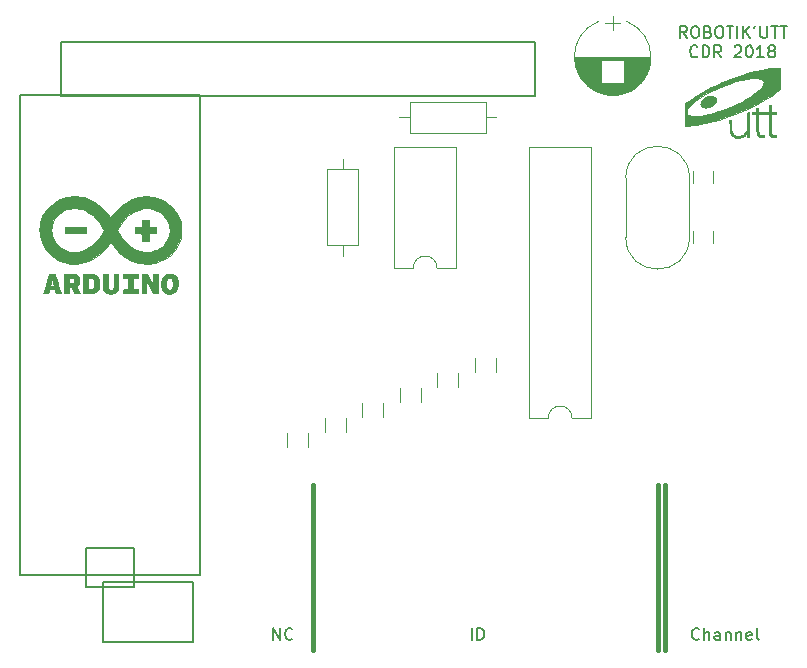
<source format=gbr>
G04 #@! TF.FileFunction,Legend,Top*
%FSLAX46Y46*%
G04 Gerber Fmt 4.6, Leading zero omitted, Abs format (unit mm)*
G04 Created by KiCad (PCBNEW 4.0.6) date 12/04/17 18:38:42*
%MOMM*%
%LPD*%
G01*
G04 APERTURE LIST*
%ADD10C,0.050000*%
%ADD11C,0.150000*%
%ADD12C,0.400000*%
%ADD13C,0.120000*%
%ADD14C,0.010000*%
G04 APERTURE END LIST*
D10*
D11*
X157044048Y-57047381D02*
X156710714Y-56571190D01*
X156472619Y-57047381D02*
X156472619Y-56047381D01*
X156853572Y-56047381D01*
X156948810Y-56095000D01*
X156996429Y-56142619D01*
X157044048Y-56237857D01*
X157044048Y-56380714D01*
X156996429Y-56475952D01*
X156948810Y-56523571D01*
X156853572Y-56571190D01*
X156472619Y-56571190D01*
X157663095Y-56047381D02*
X157853572Y-56047381D01*
X157948810Y-56095000D01*
X158044048Y-56190238D01*
X158091667Y-56380714D01*
X158091667Y-56714048D01*
X158044048Y-56904524D01*
X157948810Y-56999762D01*
X157853572Y-57047381D01*
X157663095Y-57047381D01*
X157567857Y-56999762D01*
X157472619Y-56904524D01*
X157425000Y-56714048D01*
X157425000Y-56380714D01*
X157472619Y-56190238D01*
X157567857Y-56095000D01*
X157663095Y-56047381D01*
X158853572Y-56523571D02*
X158996429Y-56571190D01*
X159044048Y-56618810D01*
X159091667Y-56714048D01*
X159091667Y-56856905D01*
X159044048Y-56952143D01*
X158996429Y-56999762D01*
X158901191Y-57047381D01*
X158520238Y-57047381D01*
X158520238Y-56047381D01*
X158853572Y-56047381D01*
X158948810Y-56095000D01*
X158996429Y-56142619D01*
X159044048Y-56237857D01*
X159044048Y-56333095D01*
X158996429Y-56428333D01*
X158948810Y-56475952D01*
X158853572Y-56523571D01*
X158520238Y-56523571D01*
X159710714Y-56047381D02*
X159901191Y-56047381D01*
X159996429Y-56095000D01*
X160091667Y-56190238D01*
X160139286Y-56380714D01*
X160139286Y-56714048D01*
X160091667Y-56904524D01*
X159996429Y-56999762D01*
X159901191Y-57047381D01*
X159710714Y-57047381D01*
X159615476Y-56999762D01*
X159520238Y-56904524D01*
X159472619Y-56714048D01*
X159472619Y-56380714D01*
X159520238Y-56190238D01*
X159615476Y-56095000D01*
X159710714Y-56047381D01*
X160425000Y-56047381D02*
X160996429Y-56047381D01*
X160710714Y-57047381D02*
X160710714Y-56047381D01*
X161329762Y-57047381D02*
X161329762Y-56047381D01*
X161805952Y-57047381D02*
X161805952Y-56047381D01*
X162377381Y-57047381D02*
X161948809Y-56475952D01*
X162377381Y-56047381D02*
X161805952Y-56618810D01*
X162853571Y-56047381D02*
X162758333Y-56237857D01*
X163282142Y-56047381D02*
X163282142Y-56856905D01*
X163329761Y-56952143D01*
X163377380Y-56999762D01*
X163472618Y-57047381D01*
X163663095Y-57047381D01*
X163758333Y-56999762D01*
X163805952Y-56952143D01*
X163853571Y-56856905D01*
X163853571Y-56047381D01*
X164186904Y-56047381D02*
X164758333Y-56047381D01*
X164472618Y-57047381D02*
X164472618Y-56047381D01*
X164948809Y-56047381D02*
X165520238Y-56047381D01*
X165234523Y-57047381D02*
X165234523Y-56047381D01*
X157948810Y-58602143D02*
X157901191Y-58649762D01*
X157758334Y-58697381D01*
X157663096Y-58697381D01*
X157520238Y-58649762D01*
X157425000Y-58554524D01*
X157377381Y-58459286D01*
X157329762Y-58268810D01*
X157329762Y-58125952D01*
X157377381Y-57935476D01*
X157425000Y-57840238D01*
X157520238Y-57745000D01*
X157663096Y-57697381D01*
X157758334Y-57697381D01*
X157901191Y-57745000D01*
X157948810Y-57792619D01*
X158377381Y-58697381D02*
X158377381Y-57697381D01*
X158615476Y-57697381D01*
X158758334Y-57745000D01*
X158853572Y-57840238D01*
X158901191Y-57935476D01*
X158948810Y-58125952D01*
X158948810Y-58268810D01*
X158901191Y-58459286D01*
X158853572Y-58554524D01*
X158758334Y-58649762D01*
X158615476Y-58697381D01*
X158377381Y-58697381D01*
X159948810Y-58697381D02*
X159615476Y-58221190D01*
X159377381Y-58697381D02*
X159377381Y-57697381D01*
X159758334Y-57697381D01*
X159853572Y-57745000D01*
X159901191Y-57792619D01*
X159948810Y-57887857D01*
X159948810Y-58030714D01*
X159901191Y-58125952D01*
X159853572Y-58173571D01*
X159758334Y-58221190D01*
X159377381Y-58221190D01*
X161091667Y-57792619D02*
X161139286Y-57745000D01*
X161234524Y-57697381D01*
X161472620Y-57697381D01*
X161567858Y-57745000D01*
X161615477Y-57792619D01*
X161663096Y-57887857D01*
X161663096Y-57983095D01*
X161615477Y-58125952D01*
X161044048Y-58697381D01*
X161663096Y-58697381D01*
X162282143Y-57697381D02*
X162377382Y-57697381D01*
X162472620Y-57745000D01*
X162520239Y-57792619D01*
X162567858Y-57887857D01*
X162615477Y-58078333D01*
X162615477Y-58316429D01*
X162567858Y-58506905D01*
X162520239Y-58602143D01*
X162472620Y-58649762D01*
X162377382Y-58697381D01*
X162282143Y-58697381D01*
X162186905Y-58649762D01*
X162139286Y-58602143D01*
X162091667Y-58506905D01*
X162044048Y-58316429D01*
X162044048Y-58078333D01*
X162091667Y-57887857D01*
X162139286Y-57792619D01*
X162186905Y-57745000D01*
X162282143Y-57697381D01*
X163567858Y-58697381D02*
X162996429Y-58697381D01*
X163282143Y-58697381D02*
X163282143Y-57697381D01*
X163186905Y-57840238D01*
X163091667Y-57935476D01*
X162996429Y-57983095D01*
X164139286Y-58125952D02*
X164044048Y-58078333D01*
X163996429Y-58030714D01*
X163948810Y-57935476D01*
X163948810Y-57887857D01*
X163996429Y-57792619D01*
X164044048Y-57745000D01*
X164139286Y-57697381D01*
X164329763Y-57697381D01*
X164425001Y-57745000D01*
X164472620Y-57792619D01*
X164520239Y-57887857D01*
X164520239Y-57935476D01*
X164472620Y-58030714D01*
X164425001Y-58078333D01*
X164329763Y-58125952D01*
X164139286Y-58125952D01*
X164044048Y-58173571D01*
X163996429Y-58221190D01*
X163948810Y-58316429D01*
X163948810Y-58506905D01*
X163996429Y-58602143D01*
X164044048Y-58649762D01*
X164139286Y-58697381D01*
X164329763Y-58697381D01*
X164425001Y-58649762D01*
X164472620Y-58602143D01*
X164520239Y-58506905D01*
X164520239Y-58316429D01*
X164472620Y-58221190D01*
X164425001Y-58173571D01*
X164329763Y-58125952D01*
X122039286Y-108037381D02*
X122039286Y-107037381D01*
X122610715Y-108037381D01*
X122610715Y-107037381D01*
X123658334Y-107942143D02*
X123610715Y-107989762D01*
X123467858Y-108037381D01*
X123372620Y-108037381D01*
X123229762Y-107989762D01*
X123134524Y-107894524D01*
X123086905Y-107799286D01*
X123039286Y-107608810D01*
X123039286Y-107465952D01*
X123086905Y-107275476D01*
X123134524Y-107180238D01*
X123229762Y-107085000D01*
X123372620Y-107037381D01*
X123467858Y-107037381D01*
X123610715Y-107085000D01*
X123658334Y-107132619D01*
X158099524Y-107942143D02*
X158051905Y-107989762D01*
X157909048Y-108037381D01*
X157813810Y-108037381D01*
X157670952Y-107989762D01*
X157575714Y-107894524D01*
X157528095Y-107799286D01*
X157480476Y-107608810D01*
X157480476Y-107465952D01*
X157528095Y-107275476D01*
X157575714Y-107180238D01*
X157670952Y-107085000D01*
X157813810Y-107037381D01*
X157909048Y-107037381D01*
X158051905Y-107085000D01*
X158099524Y-107132619D01*
X158528095Y-108037381D02*
X158528095Y-107037381D01*
X158956667Y-108037381D02*
X158956667Y-107513571D01*
X158909048Y-107418333D01*
X158813810Y-107370714D01*
X158670952Y-107370714D01*
X158575714Y-107418333D01*
X158528095Y-107465952D01*
X159861429Y-108037381D02*
X159861429Y-107513571D01*
X159813810Y-107418333D01*
X159718572Y-107370714D01*
X159528095Y-107370714D01*
X159432857Y-107418333D01*
X159861429Y-107989762D02*
X159766191Y-108037381D01*
X159528095Y-108037381D01*
X159432857Y-107989762D01*
X159385238Y-107894524D01*
X159385238Y-107799286D01*
X159432857Y-107704048D01*
X159528095Y-107656429D01*
X159766191Y-107656429D01*
X159861429Y-107608810D01*
X160337619Y-107370714D02*
X160337619Y-108037381D01*
X160337619Y-107465952D02*
X160385238Y-107418333D01*
X160480476Y-107370714D01*
X160623334Y-107370714D01*
X160718572Y-107418333D01*
X160766191Y-107513571D01*
X160766191Y-108037381D01*
X161242381Y-107370714D02*
X161242381Y-108037381D01*
X161242381Y-107465952D02*
X161290000Y-107418333D01*
X161385238Y-107370714D01*
X161528096Y-107370714D01*
X161623334Y-107418333D01*
X161670953Y-107513571D01*
X161670953Y-108037381D01*
X162528096Y-107989762D02*
X162432858Y-108037381D01*
X162242381Y-108037381D01*
X162147143Y-107989762D01*
X162099524Y-107894524D01*
X162099524Y-107513571D01*
X162147143Y-107418333D01*
X162242381Y-107370714D01*
X162432858Y-107370714D01*
X162528096Y-107418333D01*
X162575715Y-107513571D01*
X162575715Y-107608810D01*
X162099524Y-107704048D01*
X163147143Y-108037381D02*
X163051905Y-107989762D01*
X163004286Y-107894524D01*
X163004286Y-107037381D01*
X138835000Y-108037381D02*
X138835000Y-107037381D01*
X139311190Y-108037381D02*
X139311190Y-107037381D01*
X139549285Y-107037381D01*
X139692143Y-107085000D01*
X139787381Y-107180238D01*
X139835000Y-107275476D01*
X139882619Y-107465952D01*
X139882619Y-107608810D01*
X139835000Y-107799286D01*
X139787381Y-107894524D01*
X139692143Y-107989762D01*
X139549285Y-108037381D01*
X139311190Y-108037381D01*
D12*
X125365000Y-94885000D02*
X125365000Y-108855000D01*
X154575000Y-94885000D02*
X154575000Y-108855000D01*
X155210000Y-94885000D02*
X155210000Y-108855000D01*
D13*
X157535000Y-73430000D02*
X157535000Y-74430000D01*
X159235000Y-74430000D02*
X159235000Y-73430000D01*
X159235000Y-69350000D02*
X159235000Y-68350000D01*
X157535000Y-68350000D02*
X157535000Y-69350000D01*
D11*
X141626000Y-57374000D02*
X144166000Y-57374000D01*
X144166000Y-57374000D02*
X144166000Y-61946000D01*
X144166000Y-61946000D02*
X141626000Y-61946000D01*
X104034000Y-57374000D02*
X141626000Y-57374000D01*
X141626000Y-61946000D02*
X104034000Y-61946000D01*
X104034000Y-61946000D02*
X104034000Y-57374000D01*
D13*
X139090000Y-85325000D02*
X139090000Y-84125000D01*
X140850000Y-84125000D02*
X140850000Y-85325000D01*
X135915000Y-86595000D02*
X135915000Y-85395000D01*
X137675000Y-85395000D02*
X137675000Y-86595000D01*
X132740000Y-87865000D02*
X132740000Y-86665000D01*
X134500000Y-86665000D02*
X134500000Y-87865000D01*
X129565000Y-89135000D02*
X129565000Y-87935000D01*
X131325000Y-87935000D02*
X131325000Y-89135000D01*
X126390000Y-90405000D02*
X126390000Y-89205000D01*
X128150000Y-89205000D02*
X128150000Y-90405000D01*
X123215000Y-91675000D02*
X123215000Y-90475000D01*
X124975000Y-90475000D02*
X124975000Y-91675000D01*
X126595000Y-74600000D02*
X129215000Y-74600000D01*
X129215000Y-74600000D02*
X129215000Y-68180000D01*
X129215000Y-68180000D02*
X126595000Y-68180000D01*
X126595000Y-68180000D02*
X126595000Y-74600000D01*
X127905000Y-75490000D02*
X127905000Y-74600000D01*
X127905000Y-67290000D02*
X127905000Y-68180000D01*
X133585000Y-62460000D02*
X133585000Y-65080000D01*
X133585000Y-65080000D02*
X140005000Y-65080000D01*
X140005000Y-65080000D02*
X140005000Y-62460000D01*
X140005000Y-62460000D02*
X133585000Y-62460000D01*
X132695000Y-63770000D02*
X133585000Y-63770000D01*
X140895000Y-63770000D02*
X140005000Y-63770000D01*
D11*
X106188000Y-100219000D02*
X110252000Y-100219000D01*
X110252000Y-100219000D02*
X110252000Y-103521000D01*
X110252000Y-103521000D02*
X106188000Y-103521000D01*
X106188000Y-103521000D02*
X106188000Y-100219000D01*
X100600000Y-61865000D02*
X115840000Y-61865000D01*
X115840000Y-61865000D02*
X115840000Y-102505000D01*
X115840000Y-102505000D02*
X100600000Y-102505000D01*
X100600000Y-102505000D02*
X100600000Y-61865000D01*
D13*
X145320000Y-89230000D02*
G75*
G02X147320000Y-89230000I1000000J0D01*
G01*
X147320000Y-89230000D02*
X148970000Y-89230000D01*
X148970000Y-89230000D02*
X148970000Y-66250000D01*
X148970000Y-66250000D02*
X143670000Y-66250000D01*
X143670000Y-66250000D02*
X143670000Y-89230000D01*
X143670000Y-89230000D02*
X145320000Y-89230000D01*
X133890000Y-76530000D02*
G75*
G02X135890000Y-76530000I1000000J0D01*
G01*
X135890000Y-76530000D02*
X137540000Y-76530000D01*
X137540000Y-76530000D02*
X137540000Y-66250000D01*
X137540000Y-66250000D02*
X132240000Y-66250000D01*
X132240000Y-66250000D02*
X132240000Y-76530000D01*
X132240000Y-76530000D02*
X133890000Y-76530000D01*
D11*
X115205000Y-108220000D02*
X107585000Y-108220000D01*
X107585000Y-108220000D02*
X107585000Y-103140000D01*
X107585000Y-103140000D02*
X115205000Y-103140000D01*
X115205000Y-103140000D02*
X115205000Y-108220000D01*
D13*
X151875000Y-73930000D02*
X151875000Y-68930000D01*
X157275000Y-73930000D02*
X157275000Y-68930000D01*
X157275000Y-73930000D02*
G75*
G02X151875000Y-73930000I-2700000J0D01*
G01*
X157275000Y-68930000D02*
G75*
G03X151875000Y-68930000I-2700000J0D01*
G01*
X151944136Y-61687820D02*
G75*
G03X151945000Y-55652518I-1179136J3017820D01*
G01*
X149585864Y-61687820D02*
G75*
G02X149585000Y-55652518I1179136J3017820D01*
G01*
X149585864Y-61687820D02*
G75*
G03X151945000Y-61687482I1179136J3017820D01*
G01*
X153965000Y-58670000D02*
X147565000Y-58670000D01*
X153965000Y-58710000D02*
X147565000Y-58710000D01*
X153965000Y-58750000D02*
X147565000Y-58750000D01*
X153963000Y-58790000D02*
X147567000Y-58790000D01*
X153962000Y-58830000D02*
X147568000Y-58830000D01*
X153959000Y-58870000D02*
X147571000Y-58870000D01*
X153957000Y-58910000D02*
X147573000Y-58910000D01*
X153953000Y-58950000D02*
X151745000Y-58950000D01*
X149785000Y-58950000D02*
X147577000Y-58950000D01*
X153950000Y-58990000D02*
X151745000Y-58990000D01*
X149785000Y-58990000D02*
X147580000Y-58990000D01*
X153945000Y-59030000D02*
X151745000Y-59030000D01*
X149785000Y-59030000D02*
X147585000Y-59030000D01*
X153941000Y-59070000D02*
X151745000Y-59070000D01*
X149785000Y-59070000D02*
X147589000Y-59070000D01*
X153935000Y-59110000D02*
X151745000Y-59110000D01*
X149785000Y-59110000D02*
X147595000Y-59110000D01*
X153930000Y-59150000D02*
X151745000Y-59150000D01*
X149785000Y-59150000D02*
X147600000Y-59150000D01*
X153923000Y-59190000D02*
X151745000Y-59190000D01*
X149785000Y-59190000D02*
X147607000Y-59190000D01*
X153917000Y-59230000D02*
X151745000Y-59230000D01*
X149785000Y-59230000D02*
X147613000Y-59230000D01*
X153909000Y-59270000D02*
X151745000Y-59270000D01*
X149785000Y-59270000D02*
X147621000Y-59270000D01*
X153902000Y-59310000D02*
X151745000Y-59310000D01*
X149785000Y-59310000D02*
X147628000Y-59310000D01*
X153893000Y-59350000D02*
X151745000Y-59350000D01*
X149785000Y-59350000D02*
X147637000Y-59350000D01*
X153884000Y-59391000D02*
X151745000Y-59391000D01*
X149785000Y-59391000D02*
X147646000Y-59391000D01*
X153875000Y-59431000D02*
X151745000Y-59431000D01*
X149785000Y-59431000D02*
X147655000Y-59431000D01*
X153865000Y-59471000D02*
X151745000Y-59471000D01*
X149785000Y-59471000D02*
X147665000Y-59471000D01*
X153855000Y-59511000D02*
X151745000Y-59511000D01*
X149785000Y-59511000D02*
X147675000Y-59511000D01*
X153844000Y-59551000D02*
X151745000Y-59551000D01*
X149785000Y-59551000D02*
X147686000Y-59551000D01*
X153832000Y-59591000D02*
X151745000Y-59591000D01*
X149785000Y-59591000D02*
X147698000Y-59591000D01*
X153820000Y-59631000D02*
X151745000Y-59631000D01*
X149785000Y-59631000D02*
X147710000Y-59631000D01*
X153807000Y-59671000D02*
X151745000Y-59671000D01*
X149785000Y-59671000D02*
X147723000Y-59671000D01*
X153794000Y-59711000D02*
X151745000Y-59711000D01*
X149785000Y-59711000D02*
X147736000Y-59711000D01*
X153780000Y-59751000D02*
X151745000Y-59751000D01*
X149785000Y-59751000D02*
X147750000Y-59751000D01*
X153766000Y-59791000D02*
X151745000Y-59791000D01*
X149785000Y-59791000D02*
X147764000Y-59791000D01*
X153751000Y-59831000D02*
X151745000Y-59831000D01*
X149785000Y-59831000D02*
X147779000Y-59831000D01*
X153735000Y-59871000D02*
X151745000Y-59871000D01*
X149785000Y-59871000D02*
X147795000Y-59871000D01*
X153719000Y-59911000D02*
X151745000Y-59911000D01*
X149785000Y-59911000D02*
X147811000Y-59911000D01*
X153702000Y-59951000D02*
X151745000Y-59951000D01*
X149785000Y-59951000D02*
X147828000Y-59951000D01*
X153684000Y-59991000D02*
X151745000Y-59991000D01*
X149785000Y-59991000D02*
X147846000Y-59991000D01*
X153666000Y-60031000D02*
X151745000Y-60031000D01*
X149785000Y-60031000D02*
X147864000Y-60031000D01*
X153647000Y-60071000D02*
X151745000Y-60071000D01*
X149785000Y-60071000D02*
X147883000Y-60071000D01*
X153628000Y-60111000D02*
X151745000Y-60111000D01*
X149785000Y-60111000D02*
X147902000Y-60111000D01*
X153608000Y-60151000D02*
X151745000Y-60151000D01*
X149785000Y-60151000D02*
X147922000Y-60151000D01*
X153587000Y-60191000D02*
X151745000Y-60191000D01*
X149785000Y-60191000D02*
X147943000Y-60191000D01*
X153565000Y-60231000D02*
X151745000Y-60231000D01*
X149785000Y-60231000D02*
X147965000Y-60231000D01*
X153543000Y-60271000D02*
X151745000Y-60271000D01*
X149785000Y-60271000D02*
X147987000Y-60271000D01*
X153520000Y-60311000D02*
X151745000Y-60311000D01*
X149785000Y-60311000D02*
X148010000Y-60311000D01*
X153496000Y-60351000D02*
X151745000Y-60351000D01*
X149785000Y-60351000D02*
X148034000Y-60351000D01*
X153471000Y-60391000D02*
X151745000Y-60391000D01*
X149785000Y-60391000D02*
X148059000Y-60391000D01*
X153446000Y-60431000D02*
X151745000Y-60431000D01*
X149785000Y-60431000D02*
X148084000Y-60431000D01*
X153419000Y-60471000D02*
X151745000Y-60471000D01*
X149785000Y-60471000D02*
X148111000Y-60471000D01*
X153392000Y-60511000D02*
X151745000Y-60511000D01*
X149785000Y-60511000D02*
X148138000Y-60511000D01*
X153364000Y-60551000D02*
X151745000Y-60551000D01*
X149785000Y-60551000D02*
X148166000Y-60551000D01*
X153335000Y-60591000D02*
X151745000Y-60591000D01*
X149785000Y-60591000D02*
X148195000Y-60591000D01*
X153305000Y-60631000D02*
X151745000Y-60631000D01*
X149785000Y-60631000D02*
X148225000Y-60631000D01*
X153275000Y-60671000D02*
X151745000Y-60671000D01*
X149785000Y-60671000D02*
X148255000Y-60671000D01*
X153243000Y-60711000D02*
X151745000Y-60711000D01*
X149785000Y-60711000D02*
X148287000Y-60711000D01*
X153210000Y-60751000D02*
X151745000Y-60751000D01*
X149785000Y-60751000D02*
X148320000Y-60751000D01*
X153176000Y-60791000D02*
X151745000Y-60791000D01*
X149785000Y-60791000D02*
X148354000Y-60791000D01*
X153140000Y-60831000D02*
X151745000Y-60831000D01*
X149785000Y-60831000D02*
X148390000Y-60831000D01*
X153104000Y-60871000D02*
X151745000Y-60871000D01*
X149785000Y-60871000D02*
X148426000Y-60871000D01*
X153066000Y-60911000D02*
X148464000Y-60911000D01*
X153027000Y-60951000D02*
X148503000Y-60951000D01*
X152987000Y-60991000D02*
X148543000Y-60991000D01*
X152945000Y-61031000D02*
X148585000Y-61031000D01*
X152902000Y-61071000D02*
X148628000Y-61071000D01*
X152857000Y-61111000D02*
X148673000Y-61111000D01*
X152810000Y-61151000D02*
X148720000Y-61151000D01*
X152762000Y-61191000D02*
X148768000Y-61191000D01*
X152711000Y-61231000D02*
X148819000Y-61231000D01*
X152659000Y-61271000D02*
X148871000Y-61271000D01*
X152604000Y-61311000D02*
X148926000Y-61311000D01*
X152546000Y-61351000D02*
X148984000Y-61351000D01*
X152486000Y-61391000D02*
X149044000Y-61391000D01*
X152423000Y-61431000D02*
X149107000Y-61431000D01*
X152356000Y-61471000D02*
X149174000Y-61471000D01*
X152285000Y-61511000D02*
X149245000Y-61511000D01*
X152210000Y-61551000D02*
X149320000Y-61551000D01*
X152129000Y-61591000D02*
X149401000Y-61591000D01*
X152043000Y-61631000D02*
X149487000Y-61631000D01*
X151949000Y-61671000D02*
X149581000Y-61671000D01*
X151846000Y-61711000D02*
X149684000Y-61711000D01*
X151731000Y-61751000D02*
X149799000Y-61751000D01*
X151599000Y-61791000D02*
X149931000Y-61791000D01*
X151441000Y-61831000D02*
X150089000Y-61831000D01*
X151233000Y-61871000D02*
X150297000Y-61871000D01*
X150765000Y-55220000D02*
X150765000Y-56420000D01*
X151415000Y-55820000D02*
X150115000Y-55820000D01*
D14*
G36*
X108728065Y-77038209D02*
X108920840Y-77042178D01*
X108919937Y-77650922D01*
X108919601Y-77809407D01*
X108918896Y-77942183D01*
X108917511Y-78052096D01*
X108915136Y-78141993D01*
X108911459Y-78214721D01*
X108906168Y-78273125D01*
X108898954Y-78320053D01*
X108889505Y-78358349D01*
X108877509Y-78390862D01*
X108862656Y-78420437D01*
X108844634Y-78449921D01*
X108830238Y-78471627D01*
X108754274Y-78559116D01*
X108656691Y-78628485D01*
X108580973Y-78663922D01*
X108542257Y-78677358D01*
X108502157Y-78686881D01*
X108454164Y-78693316D01*
X108391769Y-78697487D01*
X108308461Y-78700220D01*
X108291389Y-78700608D01*
X108175516Y-78701194D01*
X108087733Y-78697296D01*
X108028091Y-78688917D01*
X108020113Y-78686867D01*
X107901433Y-78640185D01*
X107801095Y-78573515D01*
X107721083Y-78488550D01*
X107663380Y-78386982D01*
X107660519Y-78380020D01*
X107652697Y-78359900D01*
X107646208Y-78340118D01*
X107640906Y-78317870D01*
X107636642Y-78290348D01*
X107633272Y-78254746D01*
X107630648Y-78208258D01*
X107628623Y-78148077D01*
X107627051Y-78071396D01*
X107625786Y-77975410D01*
X107624679Y-77857312D01*
X107623586Y-77714295D01*
X107623243Y-77666827D01*
X107618710Y-77035039D01*
X108017854Y-77035039D01*
X108027252Y-78184393D01*
X108062946Y-78255542D01*
X108101504Y-78315909D01*
X108148542Y-78354513D01*
X108210011Y-78374681D01*
X108285166Y-78379808D01*
X108368436Y-78371774D01*
X108431649Y-78347246D01*
X108479517Y-78303940D01*
X108497910Y-78276692D01*
X108505051Y-78263430D01*
X108510948Y-78248390D01*
X108515743Y-78228802D01*
X108519578Y-78201897D01*
X108522595Y-78164906D01*
X108524937Y-78115059D01*
X108526747Y-78049587D01*
X108528167Y-77965720D01*
X108529339Y-77860690D01*
X108530405Y-77731726D01*
X108531131Y-77630733D01*
X108535291Y-77034241D01*
X108728065Y-77038209D01*
X108728065Y-77038209D01*
G37*
X108728065Y-77038209D02*
X108920840Y-77042178D01*
X108919937Y-77650922D01*
X108919601Y-77809407D01*
X108918896Y-77942183D01*
X108917511Y-78052096D01*
X108915136Y-78141993D01*
X108911459Y-78214721D01*
X108906168Y-78273125D01*
X108898954Y-78320053D01*
X108889505Y-78358349D01*
X108877509Y-78390862D01*
X108862656Y-78420437D01*
X108844634Y-78449921D01*
X108830238Y-78471627D01*
X108754274Y-78559116D01*
X108656691Y-78628485D01*
X108580973Y-78663922D01*
X108542257Y-78677358D01*
X108502157Y-78686881D01*
X108454164Y-78693316D01*
X108391769Y-78697487D01*
X108308461Y-78700220D01*
X108291389Y-78700608D01*
X108175516Y-78701194D01*
X108087733Y-78697296D01*
X108028091Y-78688917D01*
X108020113Y-78686867D01*
X107901433Y-78640185D01*
X107801095Y-78573515D01*
X107721083Y-78488550D01*
X107663380Y-78386982D01*
X107660519Y-78380020D01*
X107652697Y-78359900D01*
X107646208Y-78340118D01*
X107640906Y-78317870D01*
X107636642Y-78290348D01*
X107633272Y-78254746D01*
X107630648Y-78208258D01*
X107628623Y-78148077D01*
X107627051Y-78071396D01*
X107625786Y-77975410D01*
X107624679Y-77857312D01*
X107623586Y-77714295D01*
X107623243Y-77666827D01*
X107618710Y-77035039D01*
X108017854Y-77035039D01*
X108027252Y-78184393D01*
X108062946Y-78255542D01*
X108101504Y-78315909D01*
X108148542Y-78354513D01*
X108210011Y-78374681D01*
X108285166Y-78379808D01*
X108368436Y-78371774D01*
X108431649Y-78347246D01*
X108479517Y-78303940D01*
X108497910Y-78276692D01*
X108505051Y-78263430D01*
X108510948Y-78248390D01*
X108515743Y-78228802D01*
X108519578Y-78201897D01*
X108522595Y-78164906D01*
X108524937Y-78115059D01*
X108526747Y-78049587D01*
X108528167Y-77965720D01*
X108529339Y-77860690D01*
X108530405Y-77731726D01*
X108531131Y-77630733D01*
X108535291Y-77034241D01*
X108728065Y-77038209D01*
G36*
X113399685Y-77029314D02*
X113526998Y-77054732D01*
X113634311Y-77098105D01*
X113723408Y-77160350D01*
X113796075Y-77242384D01*
X113845490Y-77326774D01*
X113882630Y-77413826D01*
X113909377Y-77503730D01*
X113927455Y-77604284D01*
X113938589Y-77723285D01*
X113940451Y-77756062D01*
X113941290Y-77946125D01*
X113923529Y-78116079D01*
X113887360Y-78265532D01*
X113832973Y-78394093D01*
X113760559Y-78501371D01*
X113670308Y-78586976D01*
X113562412Y-78650514D01*
X113491202Y-78677295D01*
X113425106Y-78691454D01*
X113340438Y-78700660D01*
X113246525Y-78704764D01*
X113152692Y-78703616D01*
X113068266Y-78697069D01*
X113003025Y-78685097D01*
X112883769Y-78638312D01*
X112782465Y-78569323D01*
X112699117Y-78478133D01*
X112633729Y-78364749D01*
X112586304Y-78229176D01*
X112566000Y-78134421D01*
X112553771Y-78031012D01*
X112548815Y-77914081D01*
X112549351Y-77882025D01*
X112974577Y-77882025D01*
X112979433Y-78028631D01*
X112993803Y-78148403D01*
X113017712Y-78241443D01*
X113051186Y-78307850D01*
X113094252Y-78347725D01*
X113095807Y-78348574D01*
X113175594Y-78376238D01*
X113264183Y-78381834D01*
X113352094Y-78365229D01*
X113384321Y-78352627D01*
X113429484Y-78316389D01*
X113465305Y-78253669D01*
X113491645Y-78165014D01*
X113508369Y-78050975D01*
X113515338Y-77912099D01*
X113515065Y-77830467D01*
X113509925Y-77698944D01*
X113499497Y-77593027D01*
X113483010Y-77510125D01*
X113459693Y-77447649D01*
X113428774Y-77403009D01*
X113389483Y-77373614D01*
X113377349Y-77367959D01*
X113319497Y-77352560D01*
X113249281Y-77346174D01*
X113179360Y-77349038D01*
X113122395Y-77361390D01*
X113118047Y-77363094D01*
X113071599Y-77395436D01*
X113034528Y-77450653D01*
X113006573Y-77529688D01*
X112987473Y-77633481D01*
X112976970Y-77762974D01*
X112974577Y-77882025D01*
X112549351Y-77882025D01*
X112550844Y-77792769D01*
X112559566Y-77676219D01*
X112574690Y-77573572D01*
X112585287Y-77527619D01*
X112633709Y-77386318D01*
X112696265Y-77269516D01*
X112774154Y-77176298D01*
X112868576Y-77105752D01*
X112980731Y-77056962D01*
X113111818Y-77029017D01*
X113250587Y-77020931D01*
X113399685Y-77029314D01*
X113399685Y-77029314D01*
G37*
X113399685Y-77029314D02*
X113526998Y-77054732D01*
X113634311Y-77098105D01*
X113723408Y-77160350D01*
X113796075Y-77242384D01*
X113845490Y-77326774D01*
X113882630Y-77413826D01*
X113909377Y-77503730D01*
X113927455Y-77604284D01*
X113938589Y-77723285D01*
X113940451Y-77756062D01*
X113941290Y-77946125D01*
X113923529Y-78116079D01*
X113887360Y-78265532D01*
X113832973Y-78394093D01*
X113760559Y-78501371D01*
X113670308Y-78586976D01*
X113562412Y-78650514D01*
X113491202Y-78677295D01*
X113425106Y-78691454D01*
X113340438Y-78700660D01*
X113246525Y-78704764D01*
X113152692Y-78703616D01*
X113068266Y-78697069D01*
X113003025Y-78685097D01*
X112883769Y-78638312D01*
X112782465Y-78569323D01*
X112699117Y-78478133D01*
X112633729Y-78364749D01*
X112586304Y-78229176D01*
X112566000Y-78134421D01*
X112553771Y-78031012D01*
X112548815Y-77914081D01*
X112549351Y-77882025D01*
X112974577Y-77882025D01*
X112979433Y-78028631D01*
X112993803Y-78148403D01*
X113017712Y-78241443D01*
X113051186Y-78307850D01*
X113094252Y-78347725D01*
X113095807Y-78348574D01*
X113175594Y-78376238D01*
X113264183Y-78381834D01*
X113352094Y-78365229D01*
X113384321Y-78352627D01*
X113429484Y-78316389D01*
X113465305Y-78253669D01*
X113491645Y-78165014D01*
X113508369Y-78050975D01*
X113515338Y-77912099D01*
X113515065Y-77830467D01*
X113509925Y-77698944D01*
X113499497Y-77593027D01*
X113483010Y-77510125D01*
X113459693Y-77447649D01*
X113428774Y-77403009D01*
X113389483Y-77373614D01*
X113377349Y-77367959D01*
X113319497Y-77352560D01*
X113249281Y-77346174D01*
X113179360Y-77349038D01*
X113122395Y-77361390D01*
X113118047Y-77363094D01*
X113071599Y-77395436D01*
X113034528Y-77450653D01*
X113006573Y-77529688D01*
X112987473Y-77633481D01*
X112976970Y-77762974D01*
X112974577Y-77882025D01*
X112549351Y-77882025D01*
X112550844Y-77792769D01*
X112559566Y-77676219D01*
X112574690Y-77573572D01*
X112585287Y-77527619D01*
X112633709Y-77386318D01*
X112696265Y-77269516D01*
X112774154Y-77176298D01*
X112868576Y-77105752D01*
X112980731Y-77056962D01*
X113111818Y-77029017D01*
X113250587Y-77020931D01*
X113399685Y-77029314D01*
G36*
X103389910Y-77035342D02*
X103451592Y-77036033D01*
X103493266Y-77037954D01*
X103519204Y-77041672D01*
X103533681Y-77047752D01*
X103540969Y-77056759D01*
X103544712Y-77067164D01*
X103550733Y-77086396D01*
X103564599Y-77130304D01*
X103585506Y-77196350D01*
X103612650Y-77281997D01*
X103645224Y-77384707D01*
X103682426Y-77501943D01*
X103723450Y-77631167D01*
X103767490Y-77769841D01*
X103802673Y-77880586D01*
X103848192Y-78024099D01*
X103891015Y-78159591D01*
X103930372Y-78284600D01*
X103965496Y-78396660D01*
X103995617Y-78493310D01*
X104019969Y-78572086D01*
X104037782Y-78630524D01*
X104048288Y-78666161D01*
X104050917Y-78676567D01*
X104036921Y-78682818D01*
X103995983Y-78687422D01*
X103929671Y-78690269D01*
X103839556Y-78691250D01*
X103626911Y-78691250D01*
X103593982Y-78566321D01*
X103577524Y-78504093D01*
X103562316Y-78446966D01*
X103550916Y-78404533D01*
X103548316Y-78394988D01*
X103535578Y-78348586D01*
X103055556Y-78348586D01*
X103014254Y-78519865D01*
X102972951Y-78691145D01*
X102769494Y-78691198D01*
X102684519Y-78690566D01*
X102624926Y-78688438D01*
X102587568Y-78684537D01*
X102569298Y-78678587D01*
X102566167Y-78673403D01*
X102570327Y-78654023D01*
X102581680Y-78612783D01*
X102598681Y-78555012D01*
X102619786Y-78486036D01*
X102629293Y-78455669D01*
X102647217Y-78398650D01*
X102672370Y-78318425D01*
X102703482Y-78219051D01*
X102739285Y-78104585D01*
X102765600Y-78020388D01*
X103141391Y-78020388D01*
X103149856Y-78027576D01*
X103171929Y-78031813D01*
X103212228Y-78033855D01*
X103275367Y-78034461D01*
X103294199Y-78034477D01*
X103363399Y-78034106D01*
X103408645Y-78032489D01*
X103434533Y-78028867D01*
X103445659Y-78022484D01*
X103446622Y-78012582D01*
X103445819Y-78009491D01*
X103439944Y-77988396D01*
X103427930Y-77944417D01*
X103411052Y-77882246D01*
X103390583Y-77806575D01*
X103367797Y-77722096D01*
X103365509Y-77713597D01*
X103342886Y-77630179D01*
X103322661Y-77556717D01*
X103306030Y-77497472D01*
X103294193Y-77456705D01*
X103288347Y-77438675D01*
X103288075Y-77438209D01*
X103283490Y-77449984D01*
X103273311Y-77485439D01*
X103258621Y-77540493D01*
X103240505Y-77611063D01*
X103220049Y-77693066D01*
X103216106Y-77709116D01*
X103194998Y-77795135D01*
X103175900Y-77872746D01*
X103159969Y-77937263D01*
X103148364Y-77983999D01*
X103142241Y-78008270D01*
X103141919Y-78009491D01*
X103141391Y-78020388D01*
X102765600Y-78020388D01*
X102778511Y-77979082D01*
X102819891Y-77846598D01*
X102862157Y-77711191D01*
X102882592Y-77645689D01*
X103072895Y-77035596D01*
X103303945Y-77035318D01*
X103389910Y-77035342D01*
X103389910Y-77035342D01*
G37*
X103389910Y-77035342D02*
X103451592Y-77036033D01*
X103493266Y-77037954D01*
X103519204Y-77041672D01*
X103533681Y-77047752D01*
X103540969Y-77056759D01*
X103544712Y-77067164D01*
X103550733Y-77086396D01*
X103564599Y-77130304D01*
X103585506Y-77196350D01*
X103612650Y-77281997D01*
X103645224Y-77384707D01*
X103682426Y-77501943D01*
X103723450Y-77631167D01*
X103767490Y-77769841D01*
X103802673Y-77880586D01*
X103848192Y-78024099D01*
X103891015Y-78159591D01*
X103930372Y-78284600D01*
X103965496Y-78396660D01*
X103995617Y-78493310D01*
X104019969Y-78572086D01*
X104037782Y-78630524D01*
X104048288Y-78666161D01*
X104050917Y-78676567D01*
X104036921Y-78682818D01*
X103995983Y-78687422D01*
X103929671Y-78690269D01*
X103839556Y-78691250D01*
X103626911Y-78691250D01*
X103593982Y-78566321D01*
X103577524Y-78504093D01*
X103562316Y-78446966D01*
X103550916Y-78404533D01*
X103548316Y-78394988D01*
X103535578Y-78348586D01*
X103055556Y-78348586D01*
X103014254Y-78519865D01*
X102972951Y-78691145D01*
X102769494Y-78691198D01*
X102684519Y-78690566D01*
X102624926Y-78688438D01*
X102587568Y-78684537D01*
X102569298Y-78678587D01*
X102566167Y-78673403D01*
X102570327Y-78654023D01*
X102581680Y-78612783D01*
X102598681Y-78555012D01*
X102619786Y-78486036D01*
X102629293Y-78455669D01*
X102647217Y-78398650D01*
X102672370Y-78318425D01*
X102703482Y-78219051D01*
X102739285Y-78104585D01*
X102765600Y-78020388D01*
X103141391Y-78020388D01*
X103149856Y-78027576D01*
X103171929Y-78031813D01*
X103212228Y-78033855D01*
X103275367Y-78034461D01*
X103294199Y-78034477D01*
X103363399Y-78034106D01*
X103408645Y-78032489D01*
X103434533Y-78028867D01*
X103445659Y-78022484D01*
X103446622Y-78012582D01*
X103445819Y-78009491D01*
X103439944Y-77988396D01*
X103427930Y-77944417D01*
X103411052Y-77882246D01*
X103390583Y-77806575D01*
X103367797Y-77722096D01*
X103365509Y-77713597D01*
X103342886Y-77630179D01*
X103322661Y-77556717D01*
X103306030Y-77497472D01*
X103294193Y-77456705D01*
X103288347Y-77438675D01*
X103288075Y-77438209D01*
X103283490Y-77449984D01*
X103273311Y-77485439D01*
X103258621Y-77540493D01*
X103240505Y-77611063D01*
X103220049Y-77693066D01*
X103216106Y-77709116D01*
X103194998Y-77795135D01*
X103175900Y-77872746D01*
X103159969Y-77937263D01*
X103148364Y-77983999D01*
X103142241Y-78008270D01*
X103141919Y-78009491D01*
X103141391Y-78020388D01*
X102765600Y-78020388D01*
X102778511Y-77979082D01*
X102819891Y-77846598D01*
X102862157Y-77711191D01*
X102882592Y-77645689D01*
X103072895Y-77035596D01*
X103303945Y-77035318D01*
X103389910Y-77035342D01*
G36*
X104754093Y-77038249D02*
X104878761Y-77039955D01*
X104978557Y-77041774D01*
X105057166Y-77043954D01*
X105118270Y-77046746D01*
X105165552Y-77050400D01*
X105202697Y-77055167D01*
X105233388Y-77061296D01*
X105261308Y-77069037D01*
X105275601Y-77073665D01*
X105385495Y-77124191D01*
X105475695Y-77194807D01*
X105545170Y-77283990D01*
X105592892Y-77390221D01*
X105617830Y-77511976D01*
X105621462Y-77584730D01*
X105609208Y-77716752D01*
X105572865Y-77835135D01*
X105513062Y-77938451D01*
X105430427Y-78025269D01*
X105426252Y-78028708D01*
X105352723Y-78088648D01*
X105503187Y-78372102D01*
X105547033Y-78454917D01*
X105586474Y-78529826D01*
X105619492Y-78592960D01*
X105644069Y-78640452D01*
X105658186Y-78668435D01*
X105660636Y-78673756D01*
X105657662Y-78680564D01*
X105640505Y-78685262D01*
X105605938Y-78688047D01*
X105550736Y-78689118D01*
X105471673Y-78688672D01*
X105427737Y-78688034D01*
X105187852Y-78684112D01*
X105065562Y-78423639D01*
X104943272Y-78163167D01*
X104839759Y-78163071D01*
X104736245Y-78162976D01*
X104736245Y-78691250D01*
X104322193Y-78691250D01*
X104322193Y-77834589D01*
X104736245Y-77834589D01*
X104882592Y-77834567D01*
X104960365Y-77833063D01*
X105016264Y-77828021D01*
X105056840Y-77818605D01*
X105078424Y-77809581D01*
X105133187Y-77768344D01*
X105168265Y-77708911D01*
X105184545Y-77629484D01*
X105185992Y-77591241D01*
X105181717Y-77521079D01*
X105168169Y-77472609D01*
X105160808Y-77459371D01*
X105134102Y-77424468D01*
X105103567Y-77399849D01*
X105063541Y-77383495D01*
X105008362Y-77373392D01*
X104932368Y-77367521D01*
X104898804Y-77366055D01*
X104736245Y-77359833D01*
X104736245Y-77834589D01*
X104322193Y-77834589D01*
X104322193Y-77032834D01*
X104754093Y-77038249D01*
X104754093Y-77038249D01*
G37*
X104754093Y-77038249D02*
X104878761Y-77039955D01*
X104978557Y-77041774D01*
X105057166Y-77043954D01*
X105118270Y-77046746D01*
X105165552Y-77050400D01*
X105202697Y-77055167D01*
X105233388Y-77061296D01*
X105261308Y-77069037D01*
X105275601Y-77073665D01*
X105385495Y-77124191D01*
X105475695Y-77194807D01*
X105545170Y-77283990D01*
X105592892Y-77390221D01*
X105617830Y-77511976D01*
X105621462Y-77584730D01*
X105609208Y-77716752D01*
X105572865Y-77835135D01*
X105513062Y-77938451D01*
X105430427Y-78025269D01*
X105426252Y-78028708D01*
X105352723Y-78088648D01*
X105503187Y-78372102D01*
X105547033Y-78454917D01*
X105586474Y-78529826D01*
X105619492Y-78592960D01*
X105644069Y-78640452D01*
X105658186Y-78668435D01*
X105660636Y-78673756D01*
X105657662Y-78680564D01*
X105640505Y-78685262D01*
X105605938Y-78688047D01*
X105550736Y-78689118D01*
X105471673Y-78688672D01*
X105427737Y-78688034D01*
X105187852Y-78684112D01*
X105065562Y-78423639D01*
X104943272Y-78163167D01*
X104839759Y-78163071D01*
X104736245Y-78162976D01*
X104736245Y-78691250D01*
X104322193Y-78691250D01*
X104322193Y-77834589D01*
X104736245Y-77834589D01*
X104882592Y-77834567D01*
X104960365Y-77833063D01*
X105016264Y-77828021D01*
X105056840Y-77818605D01*
X105078424Y-77809581D01*
X105133187Y-77768344D01*
X105168265Y-77708911D01*
X105184545Y-77629484D01*
X105185992Y-77591241D01*
X105181717Y-77521079D01*
X105168169Y-77472609D01*
X105160808Y-77459371D01*
X105134102Y-77424468D01*
X105103567Y-77399849D01*
X105063541Y-77383495D01*
X105008362Y-77373392D01*
X104932368Y-77367521D01*
X104898804Y-77366055D01*
X104736245Y-77359833D01*
X104736245Y-77834589D01*
X104322193Y-77834589D01*
X104322193Y-77032834D01*
X104754093Y-77038249D01*
G36*
X106342485Y-77039013D02*
X106478237Y-77041969D01*
X106589393Y-77045867D01*
X106679906Y-77051255D01*
X106753733Y-77058677D01*
X106814830Y-77068680D01*
X106867150Y-77081809D01*
X106914651Y-77098611D01*
X106961287Y-77119632D01*
X106974546Y-77126255D01*
X107079800Y-77195242D01*
X107166456Y-77285446D01*
X107234134Y-77396093D01*
X107282453Y-77526412D01*
X107311033Y-77675628D01*
X107319567Y-77827451D01*
X107311342Y-78001802D01*
X107286052Y-78154098D01*
X107243060Y-78285641D01*
X107181726Y-78397737D01*
X107101413Y-78491687D01*
X107001481Y-78568796D01*
X106939028Y-78603944D01*
X106892237Y-78625588D01*
X106844443Y-78642945D01*
X106791652Y-78656558D01*
X106729871Y-78666972D01*
X106655107Y-78674733D01*
X106563367Y-78680385D01*
X106450658Y-78684472D01*
X106328207Y-78687258D01*
X105956987Y-78694228D01*
X105956987Y-78348586D01*
X106363901Y-78348586D01*
X106486078Y-78348586D01*
X106551753Y-78346679D01*
X106614920Y-78341632D01*
X106663749Y-78334452D01*
X106670773Y-78332844D01*
X106740374Y-78301467D01*
X106800086Y-78247981D01*
X106843791Y-78178585D01*
X106856274Y-78144942D01*
X106874597Y-78059149D01*
X106885498Y-77955738D01*
X106888464Y-77844798D01*
X106882982Y-77736417D01*
X106878869Y-77700166D01*
X106860163Y-77596837D01*
X106832663Y-77517084D01*
X106792934Y-77457846D01*
X106737538Y-77416063D01*
X106663039Y-77388675D01*
X106566000Y-77372622D01*
X106505542Y-77367741D01*
X106363901Y-77359112D01*
X106363901Y-78348586D01*
X105956987Y-78348586D01*
X105956987Y-77032130D01*
X106342485Y-77039013D01*
X106342485Y-77039013D01*
G37*
X106342485Y-77039013D02*
X106478237Y-77041969D01*
X106589393Y-77045867D01*
X106679906Y-77051255D01*
X106753733Y-77058677D01*
X106814830Y-77068680D01*
X106867150Y-77081809D01*
X106914651Y-77098611D01*
X106961287Y-77119632D01*
X106974546Y-77126255D01*
X107079800Y-77195242D01*
X107166456Y-77285446D01*
X107234134Y-77396093D01*
X107282453Y-77526412D01*
X107311033Y-77675628D01*
X107319567Y-77827451D01*
X107311342Y-78001802D01*
X107286052Y-78154098D01*
X107243060Y-78285641D01*
X107181726Y-78397737D01*
X107101413Y-78491687D01*
X107001481Y-78568796D01*
X106939028Y-78603944D01*
X106892237Y-78625588D01*
X106844443Y-78642945D01*
X106791652Y-78656558D01*
X106729871Y-78666972D01*
X106655107Y-78674733D01*
X106563367Y-78680385D01*
X106450658Y-78684472D01*
X106328207Y-78687258D01*
X105956987Y-78694228D01*
X105956987Y-78348586D01*
X106363901Y-78348586D01*
X106486078Y-78348586D01*
X106551753Y-78346679D01*
X106614920Y-78341632D01*
X106663749Y-78334452D01*
X106670773Y-78332844D01*
X106740374Y-78301467D01*
X106800086Y-78247981D01*
X106843791Y-78178585D01*
X106856274Y-78144942D01*
X106874597Y-78059149D01*
X106885498Y-77955738D01*
X106888464Y-77844798D01*
X106882982Y-77736417D01*
X106878869Y-77700166D01*
X106860163Y-77596837D01*
X106832663Y-77517084D01*
X106792934Y-77457846D01*
X106737538Y-77416063D01*
X106663039Y-77388675D01*
X106566000Y-77372622D01*
X106505542Y-77367741D01*
X106363901Y-77359112D01*
X106363901Y-78348586D01*
X105956987Y-78348586D01*
X105956987Y-77032130D01*
X106342485Y-77039013D01*
G36*
X110558424Y-77201584D02*
X110554402Y-77368129D01*
X110368792Y-77364849D01*
X110296922Y-77364324D01*
X110233922Y-77365248D01*
X110186082Y-77367430D01*
X110159694Y-77370683D01*
X110158196Y-77371164D01*
X110151446Y-77375483D01*
X110146027Y-77384616D01*
X110141796Y-77401427D01*
X110138607Y-77428780D01*
X110136315Y-77469538D01*
X110134774Y-77526566D01*
X110133841Y-77602725D01*
X110133370Y-77700882D01*
X110133216Y-77823898D01*
X110133210Y-77864672D01*
X110133210Y-78348586D01*
X110561541Y-78348586D01*
X110561541Y-78691250D01*
X109306886Y-78691250D01*
X109302426Y-78532729D01*
X109301287Y-78467748D01*
X109301625Y-78413292D01*
X109303317Y-78375703D01*
X109305693Y-78361807D01*
X109321989Y-78357138D01*
X109361558Y-78352703D01*
X109419121Y-78348905D01*
X109489396Y-78346147D01*
X109519859Y-78345427D01*
X109726296Y-78341447D01*
X109730287Y-77884561D01*
X109731025Y-77771783D01*
X109731239Y-77667114D01*
X109730957Y-77574257D01*
X109730208Y-77496914D01*
X109729023Y-77438788D01*
X109727429Y-77403582D01*
X109726446Y-77395551D01*
X109722358Y-77383005D01*
X109714238Y-77374241D01*
X109697576Y-77368581D01*
X109667864Y-77365347D01*
X109620591Y-77363860D01*
X109551249Y-77363444D01*
X109512749Y-77363426D01*
X109306886Y-77363426D01*
X109302426Y-77205124D01*
X109301138Y-77141018D01*
X109301057Y-77088259D01*
X109302128Y-77052868D01*
X109303915Y-77040931D01*
X109318982Y-77039701D01*
X109359682Y-77038557D01*
X109423092Y-77037529D01*
X109506288Y-77036641D01*
X109606349Y-77035923D01*
X109720351Y-77035400D01*
X109845372Y-77035101D01*
X109936155Y-77035039D01*
X110562447Y-77035039D01*
X110558424Y-77201584D01*
X110558424Y-77201584D01*
G37*
X110558424Y-77201584D02*
X110554402Y-77368129D01*
X110368792Y-77364849D01*
X110296922Y-77364324D01*
X110233922Y-77365248D01*
X110186082Y-77367430D01*
X110159694Y-77370683D01*
X110158196Y-77371164D01*
X110151446Y-77375483D01*
X110146027Y-77384616D01*
X110141796Y-77401427D01*
X110138607Y-77428780D01*
X110136315Y-77469538D01*
X110134774Y-77526566D01*
X110133841Y-77602725D01*
X110133370Y-77700882D01*
X110133216Y-77823898D01*
X110133210Y-77864672D01*
X110133210Y-78348586D01*
X110561541Y-78348586D01*
X110561541Y-78691250D01*
X109306886Y-78691250D01*
X109302426Y-78532729D01*
X109301287Y-78467748D01*
X109301625Y-78413292D01*
X109303317Y-78375703D01*
X109305693Y-78361807D01*
X109321989Y-78357138D01*
X109361558Y-78352703D01*
X109419121Y-78348905D01*
X109489396Y-78346147D01*
X109519859Y-78345427D01*
X109726296Y-78341447D01*
X109730287Y-77884561D01*
X109731025Y-77771783D01*
X109731239Y-77667114D01*
X109730957Y-77574257D01*
X109730208Y-77496914D01*
X109729023Y-77438788D01*
X109727429Y-77403582D01*
X109726446Y-77395551D01*
X109722358Y-77383005D01*
X109714238Y-77374241D01*
X109697576Y-77368581D01*
X109667864Y-77365347D01*
X109620591Y-77363860D01*
X109551249Y-77363444D01*
X109512749Y-77363426D01*
X109306886Y-77363426D01*
X109302426Y-77205124D01*
X109301138Y-77141018D01*
X109301057Y-77088259D01*
X109302128Y-77052868D01*
X109303915Y-77040931D01*
X109318982Y-77039701D01*
X109359682Y-77038557D01*
X109423092Y-77037529D01*
X109506288Y-77036641D01*
X109606349Y-77035923D01*
X109720351Y-77035400D01*
X109845372Y-77035101D01*
X109936155Y-77035039D01*
X110562447Y-77035039D01*
X110558424Y-77201584D01*
G36*
X112075419Y-77038195D02*
X112261102Y-77042178D01*
X112261084Y-77863145D01*
X112261065Y-78684112D01*
X111853806Y-78684112D01*
X111575323Y-78161270D01*
X111296841Y-77638429D01*
X111293098Y-78164839D01*
X111289355Y-78691250D01*
X110904205Y-78691250D01*
X110904205Y-77034314D01*
X111353345Y-77042178D01*
X111408066Y-77142122D01*
X111442209Y-77204893D01*
X111481828Y-77278342D01*
X111519065Y-77347893D01*
X111523533Y-77356287D01*
X111549140Y-77404210D01*
X111585194Y-77471369D01*
X111628535Y-77551896D01*
X111676004Y-77639920D01*
X111724440Y-77729572D01*
X111733252Y-77745863D01*
X111882226Y-78021217D01*
X111889736Y-77034213D01*
X112075419Y-77038195D01*
X112075419Y-77038195D01*
G37*
X112075419Y-77038195D02*
X112261102Y-77042178D01*
X112261084Y-77863145D01*
X112261065Y-78684112D01*
X111853806Y-78684112D01*
X111575323Y-78161270D01*
X111296841Y-77638429D01*
X111293098Y-78164839D01*
X111289355Y-78691250D01*
X110904205Y-78691250D01*
X110904205Y-77034314D01*
X111353345Y-77042178D01*
X111408066Y-77142122D01*
X111442209Y-77204893D01*
X111481828Y-77278342D01*
X111519065Y-77347893D01*
X111523533Y-77356287D01*
X111549140Y-77404210D01*
X111585194Y-77471369D01*
X111628535Y-77551896D01*
X111676004Y-77639920D01*
X111724440Y-77729572D01*
X111733252Y-77745863D01*
X111882226Y-78021217D01*
X111889736Y-77034213D01*
X112075419Y-77038195D01*
G36*
X111458801Y-70477287D02*
X111599742Y-70483605D01*
X111726991Y-70495220D01*
X111847876Y-70513053D01*
X111969724Y-70538028D01*
X112099863Y-70571070D01*
X112136037Y-70581118D01*
X112408680Y-70672400D01*
X112669787Y-70788718D01*
X112917556Y-70928707D01*
X113150186Y-71090998D01*
X113365875Y-71274226D01*
X113562822Y-71477022D01*
X113739224Y-71698020D01*
X113870501Y-71897214D01*
X114002942Y-72144553D01*
X114108362Y-72400652D01*
X114187205Y-72666754D01*
X114237154Y-72924898D01*
X114248244Y-73025836D01*
X114255504Y-73146185D01*
X114258928Y-73277631D01*
X114258511Y-73411859D01*
X114254248Y-73540551D01*
X114246132Y-73655392D01*
X114237685Y-73726280D01*
X114182628Y-74000953D01*
X114101227Y-74266253D01*
X113994579Y-74520710D01*
X113863783Y-74762852D01*
X113709934Y-74991209D01*
X113534131Y-75204310D01*
X113337470Y-75400683D01*
X113121048Y-75578858D01*
X112885962Y-75737364D01*
X112636460Y-75873203D01*
X112377874Y-75985287D01*
X112117329Y-76070942D01*
X111851521Y-76130855D01*
X111577143Y-76165717D01*
X111290889Y-76176213D01*
X111190148Y-76174350D01*
X110891612Y-76151491D01*
X110601512Y-76101942D01*
X110318963Y-76025400D01*
X110043077Y-75921562D01*
X109772968Y-75790124D01*
X109507750Y-75630783D01*
X109412187Y-75565751D01*
X109212447Y-75413838D01*
X109011277Y-75238452D01*
X108813075Y-75044078D01*
X108622240Y-74835197D01*
X108443171Y-74616292D01*
X108328589Y-74461487D01*
X108295753Y-74417124D01*
X108268204Y-74383546D01*
X108250584Y-74366285D01*
X108247805Y-74365112D01*
X108231695Y-74376162D01*
X108221244Y-74391343D01*
X108201633Y-74422220D01*
X108167259Y-74470506D01*
X108121640Y-74531672D01*
X108068291Y-74601188D01*
X108010731Y-74674524D01*
X107952474Y-74747151D01*
X107897037Y-74814540D01*
X107848105Y-74871970D01*
X107617175Y-75118713D01*
X107378160Y-75339040D01*
X107129226Y-75534395D01*
X106868543Y-75706226D01*
X106611934Y-75847195D01*
X106335691Y-75969698D01*
X106050961Y-76065048D01*
X105758687Y-76132939D01*
X105694251Y-76144034D01*
X105626020Y-76152407D01*
X105536338Y-76159530D01*
X105431568Y-76165259D01*
X105318075Y-76169448D01*
X105202223Y-76171951D01*
X105090376Y-76172625D01*
X104988899Y-76171323D01*
X104904156Y-76167901D01*
X104850467Y-76163270D01*
X104563658Y-76114562D01*
X104284902Y-76040754D01*
X104016603Y-75942889D01*
X103761163Y-75822010D01*
X103520986Y-75679162D01*
X103298478Y-75515388D01*
X103235067Y-75461929D01*
X103021237Y-75258385D01*
X102832434Y-75041921D01*
X102668986Y-74813246D01*
X102531225Y-74573065D01*
X102419479Y-74322086D01*
X102334079Y-74061016D01*
X102275354Y-73790563D01*
X102243633Y-73511432D01*
X102237651Y-73322841D01*
X103247570Y-73322841D01*
X103260972Y-73543557D01*
X103300833Y-73756686D01*
X103365713Y-73960723D01*
X103454169Y-74154163D01*
X103564761Y-74335501D01*
X103696047Y-74503230D01*
X103846587Y-74655847D01*
X104014939Y-74791845D01*
X104199663Y-74909719D01*
X104399316Y-75007964D01*
X104612459Y-75085074D01*
X104837649Y-75139545D01*
X105010546Y-75164326D01*
X105122301Y-75170785D01*
X105250915Y-75169906D01*
X105385742Y-75162025D01*
X105507240Y-75148722D01*
X105738836Y-75102494D01*
X105967644Y-75028319D01*
X106192816Y-74926739D01*
X106413508Y-74798296D01*
X106628873Y-74643533D01*
X106838064Y-74462990D01*
X107040236Y-74257211D01*
X107209704Y-74058142D01*
X107264967Y-73986500D01*
X107324422Y-73905209D01*
X107385818Y-73817780D01*
X107446904Y-73727721D01*
X107505429Y-73638543D01*
X107559141Y-73553756D01*
X107605789Y-73476868D01*
X107643123Y-73411391D01*
X107668890Y-73360834D01*
X107680839Y-73328706D01*
X107681339Y-73323133D01*
X108819663Y-73323133D01*
X108827245Y-73345926D01*
X108848665Y-73389049D01*
X108881933Y-73449064D01*
X108925058Y-73522533D01*
X108976049Y-73606018D01*
X109032917Y-73696082D01*
X109058699Y-73736003D01*
X109174320Y-73905924D01*
X109290287Y-74059043D01*
X109413838Y-74204143D01*
X109552209Y-74350007D01*
X109619213Y-74416265D01*
X109708689Y-74502053D01*
X109785058Y-74572009D01*
X109854570Y-74631292D01*
X109923475Y-74685064D01*
X109998024Y-74738485D01*
X110061822Y-74781707D01*
X110259255Y-74901841D01*
X110456400Y-74997944D01*
X110658834Y-75071948D01*
X110872134Y-75125780D01*
X111101879Y-75161371D01*
X111182620Y-75169475D01*
X111248044Y-75171923D01*
X111332951Y-75170303D01*
X111428636Y-75165127D01*
X111526398Y-75156906D01*
X111617533Y-75146152D01*
X111642887Y-75142414D01*
X111820404Y-75104403D01*
X112003335Y-75046408D01*
X112181704Y-74972230D01*
X112345536Y-74885670D01*
X112391406Y-74857180D01*
X112584043Y-74716804D01*
X112753707Y-74560086D01*
X112899849Y-74387908D01*
X113021918Y-74201157D01*
X113119367Y-74000715D01*
X113191647Y-73787467D01*
X113238207Y-73562296D01*
X113248779Y-73476413D01*
X113256011Y-73265740D01*
X113235956Y-73055263D01*
X113189767Y-72847720D01*
X113118599Y-72645851D01*
X113023604Y-72452397D01*
X112905938Y-72270096D01*
X112766755Y-72101688D01*
X112607208Y-71949914D01*
X112605002Y-71948060D01*
X112414146Y-71805907D01*
X112211774Y-71689042D01*
X111999775Y-71597538D01*
X111780035Y-71531470D01*
X111554444Y-71490912D01*
X111324889Y-71475936D01*
X111093259Y-71486619D01*
X110861441Y-71523032D01*
X110631324Y-71585250D01*
X110404795Y-71673348D01*
X110183744Y-71787398D01*
X110083238Y-71849364D01*
X109883863Y-71993006D01*
X109686630Y-72162654D01*
X109494022Y-72355758D01*
X109308522Y-72569769D01*
X109132616Y-72802141D01*
X109078573Y-72880233D01*
X109027049Y-72958103D01*
X108976341Y-73037895D01*
X108928875Y-73115461D01*
X108887076Y-73186649D01*
X108853371Y-73247310D01*
X108830185Y-73293293D01*
X108819945Y-73320449D01*
X108819663Y-73323133D01*
X107681339Y-73323133D01*
X107681370Y-73322791D01*
X107672200Y-73294598D01*
X107648796Y-73246836D01*
X107613443Y-73183231D01*
X107568425Y-73107509D01*
X107516025Y-73023395D01*
X107458526Y-72934615D01*
X107398213Y-72844895D01*
X107337368Y-72757960D01*
X107322600Y-72737456D01*
X107135366Y-72497555D01*
X106939099Y-72281638D01*
X106734677Y-72090186D01*
X106522978Y-71923678D01*
X106304878Y-71782595D01*
X106081256Y-71667417D01*
X105852988Y-71578625D01*
X105620952Y-71516698D01*
X105386026Y-71482118D01*
X105149087Y-71475364D01*
X105030157Y-71482571D01*
X104787511Y-71517954D01*
X104556434Y-71578936D01*
X104337909Y-71665061D01*
X104132918Y-71775876D01*
X103942443Y-71910929D01*
X103775495Y-72061608D01*
X103622003Y-72235722D01*
X103494332Y-72421438D01*
X103392816Y-72617957D01*
X103317791Y-72824480D01*
X103269590Y-73040207D01*
X103248549Y-73264340D01*
X103247570Y-73322841D01*
X102237651Y-73322841D01*
X102251611Y-73040539D01*
X102293109Y-72764636D01*
X102361568Y-72496527D01*
X102456410Y-72237609D01*
X102577060Y-71989278D01*
X102722942Y-71752929D01*
X102893477Y-71529957D01*
X103047646Y-71361771D01*
X103261186Y-71164421D01*
X103485895Y-70992327D01*
X103723253Y-70844717D01*
X103974742Y-70720819D01*
X104241843Y-70619861D01*
X104526038Y-70541070D01*
X104686274Y-70507628D01*
X104747978Y-70496847D01*
X104805644Y-70488741D01*
X104864995Y-70482948D01*
X104931750Y-70479108D01*
X105011634Y-70476861D01*
X105110366Y-70475845D01*
X105193131Y-70475674D01*
X105338868Y-70476790D01*
X105462825Y-70480628D01*
X105571709Y-70487917D01*
X105672226Y-70499387D01*
X105771083Y-70515768D01*
X105874985Y-70537789D01*
X105965049Y-70559655D01*
X106245131Y-70644593D01*
X106521285Y-70756225D01*
X106789616Y-70892690D01*
X107046226Y-71052126D01*
X107149553Y-71125478D01*
X107373882Y-71304513D01*
X107594578Y-71506851D01*
X107806560Y-71727276D01*
X108004749Y-71960573D01*
X108148406Y-72150804D01*
X108252176Y-72296148D01*
X108288190Y-72241957D01*
X108410525Y-72069826D01*
X108551644Y-71891751D01*
X108705066Y-71715093D01*
X108864312Y-71547219D01*
X109022899Y-71395491D01*
X109069523Y-71354096D01*
X109308383Y-71159211D01*
X109547712Y-70991025D01*
X109791032Y-70847846D01*
X110041869Y-70727981D01*
X110303744Y-70629739D01*
X110580184Y-70551426D01*
X110861372Y-70493626D01*
X110918776Y-70486775D01*
X111000901Y-70481383D01*
X111103941Y-70477611D01*
X111224093Y-70475619D01*
X111296841Y-70475340D01*
X111458801Y-70477287D01*
X111458801Y-70477287D01*
G37*
X111458801Y-70477287D02*
X111599742Y-70483605D01*
X111726991Y-70495220D01*
X111847876Y-70513053D01*
X111969724Y-70538028D01*
X112099863Y-70571070D01*
X112136037Y-70581118D01*
X112408680Y-70672400D01*
X112669787Y-70788718D01*
X112917556Y-70928707D01*
X113150186Y-71090998D01*
X113365875Y-71274226D01*
X113562822Y-71477022D01*
X113739224Y-71698020D01*
X113870501Y-71897214D01*
X114002942Y-72144553D01*
X114108362Y-72400652D01*
X114187205Y-72666754D01*
X114237154Y-72924898D01*
X114248244Y-73025836D01*
X114255504Y-73146185D01*
X114258928Y-73277631D01*
X114258511Y-73411859D01*
X114254248Y-73540551D01*
X114246132Y-73655392D01*
X114237685Y-73726280D01*
X114182628Y-74000953D01*
X114101227Y-74266253D01*
X113994579Y-74520710D01*
X113863783Y-74762852D01*
X113709934Y-74991209D01*
X113534131Y-75204310D01*
X113337470Y-75400683D01*
X113121048Y-75578858D01*
X112885962Y-75737364D01*
X112636460Y-75873203D01*
X112377874Y-75985287D01*
X112117329Y-76070942D01*
X111851521Y-76130855D01*
X111577143Y-76165717D01*
X111290889Y-76176213D01*
X111190148Y-76174350D01*
X110891612Y-76151491D01*
X110601512Y-76101942D01*
X110318963Y-76025400D01*
X110043077Y-75921562D01*
X109772968Y-75790124D01*
X109507750Y-75630783D01*
X109412187Y-75565751D01*
X109212447Y-75413838D01*
X109011277Y-75238452D01*
X108813075Y-75044078D01*
X108622240Y-74835197D01*
X108443171Y-74616292D01*
X108328589Y-74461487D01*
X108295753Y-74417124D01*
X108268204Y-74383546D01*
X108250584Y-74366285D01*
X108247805Y-74365112D01*
X108231695Y-74376162D01*
X108221244Y-74391343D01*
X108201633Y-74422220D01*
X108167259Y-74470506D01*
X108121640Y-74531672D01*
X108068291Y-74601188D01*
X108010731Y-74674524D01*
X107952474Y-74747151D01*
X107897037Y-74814540D01*
X107848105Y-74871970D01*
X107617175Y-75118713D01*
X107378160Y-75339040D01*
X107129226Y-75534395D01*
X106868543Y-75706226D01*
X106611934Y-75847195D01*
X106335691Y-75969698D01*
X106050961Y-76065048D01*
X105758687Y-76132939D01*
X105694251Y-76144034D01*
X105626020Y-76152407D01*
X105536338Y-76159530D01*
X105431568Y-76165259D01*
X105318075Y-76169448D01*
X105202223Y-76171951D01*
X105090376Y-76172625D01*
X104988899Y-76171323D01*
X104904156Y-76167901D01*
X104850467Y-76163270D01*
X104563658Y-76114562D01*
X104284902Y-76040754D01*
X104016603Y-75942889D01*
X103761163Y-75822010D01*
X103520986Y-75679162D01*
X103298478Y-75515388D01*
X103235067Y-75461929D01*
X103021237Y-75258385D01*
X102832434Y-75041921D01*
X102668986Y-74813246D01*
X102531225Y-74573065D01*
X102419479Y-74322086D01*
X102334079Y-74061016D01*
X102275354Y-73790563D01*
X102243633Y-73511432D01*
X102237651Y-73322841D01*
X103247570Y-73322841D01*
X103260972Y-73543557D01*
X103300833Y-73756686D01*
X103365713Y-73960723D01*
X103454169Y-74154163D01*
X103564761Y-74335501D01*
X103696047Y-74503230D01*
X103846587Y-74655847D01*
X104014939Y-74791845D01*
X104199663Y-74909719D01*
X104399316Y-75007964D01*
X104612459Y-75085074D01*
X104837649Y-75139545D01*
X105010546Y-75164326D01*
X105122301Y-75170785D01*
X105250915Y-75169906D01*
X105385742Y-75162025D01*
X105507240Y-75148722D01*
X105738836Y-75102494D01*
X105967644Y-75028319D01*
X106192816Y-74926739D01*
X106413508Y-74798296D01*
X106628873Y-74643533D01*
X106838064Y-74462990D01*
X107040236Y-74257211D01*
X107209704Y-74058142D01*
X107264967Y-73986500D01*
X107324422Y-73905209D01*
X107385818Y-73817780D01*
X107446904Y-73727721D01*
X107505429Y-73638543D01*
X107559141Y-73553756D01*
X107605789Y-73476868D01*
X107643123Y-73411391D01*
X107668890Y-73360834D01*
X107680839Y-73328706D01*
X107681339Y-73323133D01*
X108819663Y-73323133D01*
X108827245Y-73345926D01*
X108848665Y-73389049D01*
X108881933Y-73449064D01*
X108925058Y-73522533D01*
X108976049Y-73606018D01*
X109032917Y-73696082D01*
X109058699Y-73736003D01*
X109174320Y-73905924D01*
X109290287Y-74059043D01*
X109413838Y-74204143D01*
X109552209Y-74350007D01*
X109619213Y-74416265D01*
X109708689Y-74502053D01*
X109785058Y-74572009D01*
X109854570Y-74631292D01*
X109923475Y-74685064D01*
X109998024Y-74738485D01*
X110061822Y-74781707D01*
X110259255Y-74901841D01*
X110456400Y-74997944D01*
X110658834Y-75071948D01*
X110872134Y-75125780D01*
X111101879Y-75161371D01*
X111182620Y-75169475D01*
X111248044Y-75171923D01*
X111332951Y-75170303D01*
X111428636Y-75165127D01*
X111526398Y-75156906D01*
X111617533Y-75146152D01*
X111642887Y-75142414D01*
X111820404Y-75104403D01*
X112003335Y-75046408D01*
X112181704Y-74972230D01*
X112345536Y-74885670D01*
X112391406Y-74857180D01*
X112584043Y-74716804D01*
X112753707Y-74560086D01*
X112899849Y-74387908D01*
X113021918Y-74201157D01*
X113119367Y-74000715D01*
X113191647Y-73787467D01*
X113238207Y-73562296D01*
X113248779Y-73476413D01*
X113256011Y-73265740D01*
X113235956Y-73055263D01*
X113189767Y-72847720D01*
X113118599Y-72645851D01*
X113023604Y-72452397D01*
X112905938Y-72270096D01*
X112766755Y-72101688D01*
X112607208Y-71949914D01*
X112605002Y-71948060D01*
X112414146Y-71805907D01*
X112211774Y-71689042D01*
X111999775Y-71597538D01*
X111780035Y-71531470D01*
X111554444Y-71490912D01*
X111324889Y-71475936D01*
X111093259Y-71486619D01*
X110861441Y-71523032D01*
X110631324Y-71585250D01*
X110404795Y-71673348D01*
X110183744Y-71787398D01*
X110083238Y-71849364D01*
X109883863Y-71993006D01*
X109686630Y-72162654D01*
X109494022Y-72355758D01*
X109308522Y-72569769D01*
X109132616Y-72802141D01*
X109078573Y-72880233D01*
X109027049Y-72958103D01*
X108976341Y-73037895D01*
X108928875Y-73115461D01*
X108887076Y-73186649D01*
X108853371Y-73247310D01*
X108830185Y-73293293D01*
X108819945Y-73320449D01*
X108819663Y-73323133D01*
X107681339Y-73323133D01*
X107681370Y-73322791D01*
X107672200Y-73294598D01*
X107648796Y-73246836D01*
X107613443Y-73183231D01*
X107568425Y-73107509D01*
X107516025Y-73023395D01*
X107458526Y-72934615D01*
X107398213Y-72844895D01*
X107337368Y-72757960D01*
X107322600Y-72737456D01*
X107135366Y-72497555D01*
X106939099Y-72281638D01*
X106734677Y-72090186D01*
X106522978Y-71923678D01*
X106304878Y-71782595D01*
X106081256Y-71667417D01*
X105852988Y-71578625D01*
X105620952Y-71516698D01*
X105386026Y-71482118D01*
X105149087Y-71475364D01*
X105030157Y-71482571D01*
X104787511Y-71517954D01*
X104556434Y-71578936D01*
X104337909Y-71665061D01*
X104132918Y-71775876D01*
X103942443Y-71910929D01*
X103775495Y-72061608D01*
X103622003Y-72235722D01*
X103494332Y-72421438D01*
X103392816Y-72617957D01*
X103317791Y-72824480D01*
X103269590Y-73040207D01*
X103248549Y-73264340D01*
X103247570Y-73322841D01*
X102237651Y-73322841D01*
X102251611Y-73040539D01*
X102293109Y-72764636D01*
X102361568Y-72496527D01*
X102456410Y-72237609D01*
X102577060Y-71989278D01*
X102722942Y-71752929D01*
X102893477Y-71529957D01*
X103047646Y-71361771D01*
X103261186Y-71164421D01*
X103485895Y-70992327D01*
X103723253Y-70844717D01*
X103974742Y-70720819D01*
X104241843Y-70619861D01*
X104526038Y-70541070D01*
X104686274Y-70507628D01*
X104747978Y-70496847D01*
X104805644Y-70488741D01*
X104864995Y-70482948D01*
X104931750Y-70479108D01*
X105011634Y-70476861D01*
X105110366Y-70475845D01*
X105193131Y-70475674D01*
X105338868Y-70476790D01*
X105462825Y-70480628D01*
X105571709Y-70487917D01*
X105672226Y-70499387D01*
X105771083Y-70515768D01*
X105874985Y-70537789D01*
X105965049Y-70559655D01*
X106245131Y-70644593D01*
X106521285Y-70756225D01*
X106789616Y-70892690D01*
X107046226Y-71052126D01*
X107149553Y-71125478D01*
X107373882Y-71304513D01*
X107594578Y-71506851D01*
X107806560Y-71727276D01*
X108004749Y-71960573D01*
X108148406Y-72150804D01*
X108252176Y-72296148D01*
X108288190Y-72241957D01*
X108410525Y-72069826D01*
X108551644Y-71891751D01*
X108705066Y-71715093D01*
X108864312Y-71547219D01*
X109022899Y-71395491D01*
X109069523Y-71354096D01*
X109308383Y-71159211D01*
X109547712Y-70991025D01*
X109791032Y-70847846D01*
X110041869Y-70727981D01*
X110303744Y-70629739D01*
X110580184Y-70551426D01*
X110861372Y-70493626D01*
X110918776Y-70486775D01*
X111000901Y-70481383D01*
X111103941Y-70477611D01*
X111224093Y-70475619D01*
X111296841Y-70475340D01*
X111458801Y-70477287D01*
G36*
X106149736Y-73329137D02*
X106149211Y-73414999D01*
X106147749Y-73490521D01*
X106145518Y-73551276D01*
X106142686Y-73592836D01*
X106139420Y-73610775D01*
X106139028Y-73611122D01*
X106123218Y-73611847D01*
X106081336Y-73612417D01*
X106015864Y-73612831D01*
X105929285Y-73613086D01*
X105824079Y-73613180D01*
X105702732Y-73613112D01*
X105567723Y-73612878D01*
X105421537Y-73612478D01*
X105266654Y-73611908D01*
X105253811Y-73611855D01*
X104379303Y-73608175D01*
X104379303Y-73051565D01*
X106149736Y-73051565D01*
X106149736Y-73329137D01*
X106149736Y-73329137D01*
G37*
X106149736Y-73329137D02*
X106149211Y-73414999D01*
X106147749Y-73490521D01*
X106145518Y-73551276D01*
X106142686Y-73592836D01*
X106139420Y-73610775D01*
X106139028Y-73611122D01*
X106123218Y-73611847D01*
X106081336Y-73612417D01*
X106015864Y-73612831D01*
X105929285Y-73613086D01*
X105824079Y-73613180D01*
X105702732Y-73613112D01*
X105567723Y-73612878D01*
X105421537Y-73612478D01*
X105266654Y-73611908D01*
X105253811Y-73611855D01*
X104379303Y-73608175D01*
X104379303Y-73051565D01*
X106149736Y-73051565D01*
X106149736Y-73329137D01*
G36*
X111503868Y-73051565D02*
X112103530Y-73051565D01*
X112103530Y-73608395D01*
X112071406Y-73608766D01*
X112047307Y-73608894D01*
X111999802Y-73609027D01*
X111934039Y-73609155D01*
X111855167Y-73609266D01*
X111771574Y-73609349D01*
X111503868Y-73609563D01*
X111503868Y-74222335D01*
X110933328Y-74222335D01*
X110929475Y-73918935D01*
X110925621Y-73615534D01*
X110629360Y-73611675D01*
X110333098Y-73607816D01*
X110333098Y-73051565D01*
X110600804Y-73050048D01*
X110687125Y-73049460D01*
X110765003Y-73048747D01*
X110829371Y-73047968D01*
X110875168Y-73047185D01*
X110897066Y-73046478D01*
X110906532Y-73044614D01*
X110913706Y-73038168D01*
X110918969Y-73023549D01*
X110922703Y-72997162D01*
X110925288Y-72955416D01*
X110927106Y-72894717D01*
X110928538Y-72811473D01*
X110929475Y-72741026D01*
X110933328Y-72437625D01*
X111503868Y-72437625D01*
X111503868Y-73051565D01*
X111503868Y-73051565D01*
G37*
X111503868Y-73051565D02*
X112103530Y-73051565D01*
X112103530Y-73608395D01*
X112071406Y-73608766D01*
X112047307Y-73608894D01*
X111999802Y-73609027D01*
X111934039Y-73609155D01*
X111855167Y-73609266D01*
X111771574Y-73609349D01*
X111503868Y-73609563D01*
X111503868Y-74222335D01*
X110933328Y-74222335D01*
X110929475Y-73918935D01*
X110925621Y-73615534D01*
X110629360Y-73611675D01*
X110333098Y-73607816D01*
X110333098Y-73051565D01*
X110600804Y-73050048D01*
X110687125Y-73049460D01*
X110765003Y-73048747D01*
X110829371Y-73047968D01*
X110875168Y-73047185D01*
X110897066Y-73046478D01*
X110906532Y-73044614D01*
X110913706Y-73038168D01*
X110918969Y-73023549D01*
X110922703Y-72997162D01*
X110925288Y-72955416D01*
X110927106Y-72894717D01*
X110928538Y-72811473D01*
X110929475Y-72741026D01*
X110933328Y-72437625D01*
X111503868Y-72437625D01*
X111503868Y-73051565D01*
G36*
X162284979Y-63348243D02*
X162295779Y-63356950D01*
X162304410Y-63376024D01*
X162311113Y-63407745D01*
X162316126Y-63454394D01*
X162319690Y-63518251D01*
X162322044Y-63601595D01*
X162323430Y-63706707D01*
X162324087Y-63835866D01*
X162324254Y-63991353D01*
X162324173Y-64175448D01*
X162324082Y-64390430D01*
X162324082Y-65462639D01*
X162157525Y-65462639D01*
X162157525Y-65271098D01*
X162156336Y-65195690D01*
X162153105Y-65134258D01*
X162148333Y-65093375D01*
X162142890Y-65079557D01*
X162127299Y-65093346D01*
X162108654Y-65127025D01*
X162106604Y-65131826D01*
X162071951Y-65189189D01*
X162015680Y-65254047D01*
X161945860Y-65318776D01*
X161870556Y-65375755D01*
X161811231Y-65410917D01*
X161663581Y-65469027D01*
X161503669Y-65502980D01*
X161341726Y-65511365D01*
X161199820Y-65495300D01*
X161052500Y-65452312D01*
X160930101Y-65388032D01*
X160830643Y-65300814D01*
X160752147Y-65189015D01*
X160704106Y-65083439D01*
X160693676Y-65053402D01*
X160685392Y-65022502D01*
X160678942Y-64986408D01*
X160674014Y-64940789D01*
X160670298Y-64881313D01*
X160667481Y-64803651D01*
X160665253Y-64703470D01*
X160663300Y-64576440D01*
X160662347Y-64502788D01*
X160656281Y-64017625D01*
X160703198Y-64000656D01*
X160747013Y-63984401D01*
X160777363Y-63972601D01*
X160785446Y-63971805D01*
X160791908Y-63979048D01*
X160797018Y-63997809D01*
X160801047Y-64031570D01*
X160804264Y-64083813D01*
X160806939Y-64158019D01*
X160809341Y-64257669D01*
X160811741Y-64386244D01*
X160812397Y-64424767D01*
X160815765Y-64587200D01*
X160820425Y-64720461D01*
X160827207Y-64828688D01*
X160836941Y-64916016D01*
X160850456Y-64986583D01*
X160868582Y-65044526D01*
X160892148Y-65093980D01*
X160921984Y-65139084D01*
X160958921Y-65183973D01*
X160966321Y-65192275D01*
X161042151Y-65262990D01*
X161126177Y-65312188D01*
X161225667Y-65342890D01*
X161347894Y-65358117D01*
X161368135Y-65359229D01*
X161530775Y-65352771D01*
X161677187Y-65317305D01*
X161806866Y-65253121D01*
X161919308Y-65160512D01*
X162014007Y-65039766D01*
X162057961Y-64962233D01*
X162081761Y-64912890D01*
X162101436Y-64865366D01*
X162117378Y-64815951D01*
X162129975Y-64760934D01*
X162139617Y-64696605D01*
X162146693Y-64619254D01*
X162151594Y-64525171D01*
X162154709Y-64410646D01*
X162156427Y-64271968D01*
X162157138Y-64105427D01*
X162157235Y-64016904D01*
X162157525Y-63395628D01*
X162215285Y-63371494D01*
X162237162Y-63361530D01*
X162255910Y-63352814D01*
X162271769Y-63347625D01*
X162284979Y-63348243D01*
X162284979Y-63348243D01*
G37*
X162284979Y-63348243D02*
X162295779Y-63356950D01*
X162304410Y-63376024D01*
X162311113Y-63407745D01*
X162316126Y-63454394D01*
X162319690Y-63518251D01*
X162322044Y-63601595D01*
X162323430Y-63706707D01*
X162324087Y-63835866D01*
X162324254Y-63991353D01*
X162324173Y-64175448D01*
X162324082Y-64390430D01*
X162324082Y-65462639D01*
X162157525Y-65462639D01*
X162157525Y-65271098D01*
X162156336Y-65195690D01*
X162153105Y-65134258D01*
X162148333Y-65093375D01*
X162142890Y-65079557D01*
X162127299Y-65093346D01*
X162108654Y-65127025D01*
X162106604Y-65131826D01*
X162071951Y-65189189D01*
X162015680Y-65254047D01*
X161945860Y-65318776D01*
X161870556Y-65375755D01*
X161811231Y-65410917D01*
X161663581Y-65469027D01*
X161503669Y-65502980D01*
X161341726Y-65511365D01*
X161199820Y-65495300D01*
X161052500Y-65452312D01*
X160930101Y-65388032D01*
X160830643Y-65300814D01*
X160752147Y-65189015D01*
X160704106Y-65083439D01*
X160693676Y-65053402D01*
X160685392Y-65022502D01*
X160678942Y-64986408D01*
X160674014Y-64940789D01*
X160670298Y-64881313D01*
X160667481Y-64803651D01*
X160665253Y-64703470D01*
X160663300Y-64576440D01*
X160662347Y-64502788D01*
X160656281Y-64017625D01*
X160703198Y-64000656D01*
X160747013Y-63984401D01*
X160777363Y-63972601D01*
X160785446Y-63971805D01*
X160791908Y-63979048D01*
X160797018Y-63997809D01*
X160801047Y-64031570D01*
X160804264Y-64083813D01*
X160806939Y-64158019D01*
X160809341Y-64257669D01*
X160811741Y-64386244D01*
X160812397Y-64424767D01*
X160815765Y-64587200D01*
X160820425Y-64720461D01*
X160827207Y-64828688D01*
X160836941Y-64916016D01*
X160850456Y-64986583D01*
X160868582Y-65044526D01*
X160892148Y-65093980D01*
X160921984Y-65139084D01*
X160958921Y-65183973D01*
X160966321Y-65192275D01*
X161042151Y-65262990D01*
X161126177Y-65312188D01*
X161225667Y-65342890D01*
X161347894Y-65358117D01*
X161368135Y-65359229D01*
X161530775Y-65352771D01*
X161677187Y-65317305D01*
X161806866Y-65253121D01*
X161919308Y-65160512D01*
X162014007Y-65039766D01*
X162057961Y-64962233D01*
X162081761Y-64912890D01*
X162101436Y-64865366D01*
X162117378Y-64815951D01*
X162129975Y-64760934D01*
X162139617Y-64696605D01*
X162146693Y-64619254D01*
X162151594Y-64525171D01*
X162154709Y-64410646D01*
X162156427Y-64271968D01*
X162157138Y-64105427D01*
X162157235Y-64016904D01*
X162157525Y-63395628D01*
X162215285Y-63371494D01*
X162237162Y-63361530D01*
X162255910Y-63352814D01*
X162271769Y-63347625D01*
X162284979Y-63348243D01*
G36*
X163097603Y-62963864D02*
X163103259Y-63011071D01*
X163106355Y-63086969D01*
X163106902Y-63147492D01*
X163106902Y-63347361D01*
X163556607Y-63347361D01*
X163556607Y-63497262D01*
X163105995Y-63497262D01*
X163110612Y-64320515D01*
X163111698Y-64507389D01*
X163112765Y-64663842D01*
X163113942Y-64792769D01*
X163115359Y-64897059D01*
X163117146Y-64979606D01*
X163119432Y-65043300D01*
X163122346Y-65091033D01*
X163126019Y-65125698D01*
X163130581Y-65150185D01*
X163136159Y-65167388D01*
X163142885Y-65180196D01*
X163149570Y-65189748D01*
X163195354Y-65243226D01*
X163242972Y-65278031D01*
X163301692Y-65298352D01*
X163380783Y-65308378D01*
X163416242Y-65310283D01*
X163556607Y-65316156D01*
X163556607Y-65462639D01*
X163419197Y-65462096D01*
X163301348Y-65454735D01*
X163204030Y-65434520D01*
X163193772Y-65431150D01*
X163102880Y-65388876D01*
X163034641Y-65329548D01*
X162984527Y-65254443D01*
X162976460Y-65238602D01*
X162969666Y-65221648D01*
X162964001Y-65200653D01*
X162959323Y-65172690D01*
X162955490Y-65134834D01*
X162952360Y-65084157D01*
X162949789Y-65017734D01*
X162947636Y-64932636D01*
X162945757Y-64825939D01*
X162944011Y-64694716D01*
X162942255Y-64536039D01*
X162940347Y-64346983D01*
X162940344Y-64346705D01*
X162932016Y-63505590D01*
X162736312Y-63500898D01*
X162540607Y-63496205D01*
X162540607Y-63348418D01*
X162736312Y-63343725D01*
X162932016Y-63339033D01*
X162936783Y-63176670D01*
X162941550Y-63014308D01*
X163006906Y-62980965D01*
X163050714Y-62960491D01*
X163082996Y-62948729D01*
X163089582Y-62947623D01*
X163097603Y-62963864D01*
X163097603Y-62963864D01*
G37*
X163097603Y-62963864D02*
X163103259Y-63011071D01*
X163106355Y-63086969D01*
X163106902Y-63147492D01*
X163106902Y-63347361D01*
X163556607Y-63347361D01*
X163556607Y-63497262D01*
X163105995Y-63497262D01*
X163110612Y-64320515D01*
X163111698Y-64507389D01*
X163112765Y-64663842D01*
X163113942Y-64792769D01*
X163115359Y-64897059D01*
X163117146Y-64979606D01*
X163119432Y-65043300D01*
X163122346Y-65091033D01*
X163126019Y-65125698D01*
X163130581Y-65150185D01*
X163136159Y-65167388D01*
X163142885Y-65180196D01*
X163149570Y-65189748D01*
X163195354Y-65243226D01*
X163242972Y-65278031D01*
X163301692Y-65298352D01*
X163380783Y-65308378D01*
X163416242Y-65310283D01*
X163556607Y-65316156D01*
X163556607Y-65462639D01*
X163419197Y-65462096D01*
X163301348Y-65454735D01*
X163204030Y-65434520D01*
X163193772Y-65431150D01*
X163102880Y-65388876D01*
X163034641Y-65329548D01*
X162984527Y-65254443D01*
X162976460Y-65238602D01*
X162969666Y-65221648D01*
X162964001Y-65200653D01*
X162959323Y-65172690D01*
X162955490Y-65134834D01*
X162952360Y-65084157D01*
X162949789Y-65017734D01*
X162947636Y-64932636D01*
X162945757Y-64825939D01*
X162944011Y-64694716D01*
X162942255Y-64536039D01*
X162940347Y-64346983D01*
X162940344Y-64346705D01*
X162932016Y-63505590D01*
X162736312Y-63500898D01*
X162540607Y-63496205D01*
X162540607Y-63348418D01*
X162736312Y-63343725D01*
X162932016Y-63339033D01*
X162936783Y-63176670D01*
X162941550Y-63014308D01*
X163006906Y-62980965D01*
X163050714Y-62960491D01*
X163082996Y-62948729D01*
X163089582Y-62947623D01*
X163097603Y-62963864D01*
G36*
X164160017Y-63018410D02*
X164164541Y-63339033D01*
X164393557Y-63343667D01*
X164622574Y-63348301D01*
X164622574Y-63496322D01*
X164393557Y-63500956D01*
X164164541Y-63505590D01*
X164160207Y-64271070D01*
X164159224Y-64467576D01*
X164158890Y-64633643D01*
X164159513Y-64772139D01*
X164161402Y-64885934D01*
X164164864Y-64977898D01*
X164170209Y-65050900D01*
X164177746Y-65107809D01*
X164187781Y-65151496D01*
X164200625Y-65184829D01*
X164216585Y-65210679D01*
X164235970Y-65231915D01*
X164259088Y-65251407D01*
X164266177Y-65256870D01*
X164301265Y-65280274D01*
X164338223Y-65294998D01*
X164387250Y-65303733D01*
X164458544Y-65309172D01*
X164465765Y-65309559D01*
X164605918Y-65316915D01*
X164605918Y-65462639D01*
X164476836Y-65460934D01*
X164406746Y-65458496D01*
X164343045Y-65453671D01*
X164298628Y-65447462D01*
X164296088Y-65446887D01*
X164191969Y-65407843D01*
X164110378Y-65344920D01*
X164048725Y-65256116D01*
X164048470Y-65255618D01*
X163997984Y-65156937D01*
X163992959Y-64327099D01*
X163987935Y-63497262D01*
X163606574Y-63497262D01*
X163606574Y-63347361D01*
X163989656Y-63347361D01*
X163989656Y-62697787D01*
X164155494Y-62697787D01*
X164160017Y-63018410D01*
X164160017Y-63018410D01*
G37*
X164160017Y-63018410D02*
X164164541Y-63339033D01*
X164393557Y-63343667D01*
X164622574Y-63348301D01*
X164622574Y-63496322D01*
X164393557Y-63500956D01*
X164164541Y-63505590D01*
X164160207Y-64271070D01*
X164159224Y-64467576D01*
X164158890Y-64633643D01*
X164159513Y-64772139D01*
X164161402Y-64885934D01*
X164164864Y-64977898D01*
X164170209Y-65050900D01*
X164177746Y-65107809D01*
X164187781Y-65151496D01*
X164200625Y-65184829D01*
X164216585Y-65210679D01*
X164235970Y-65231915D01*
X164259088Y-65251407D01*
X164266177Y-65256870D01*
X164301265Y-65280274D01*
X164338223Y-65294998D01*
X164387250Y-65303733D01*
X164458544Y-65309172D01*
X164465765Y-65309559D01*
X164605918Y-65316915D01*
X164605918Y-65462639D01*
X164476836Y-65460934D01*
X164406746Y-65458496D01*
X164343045Y-65453671D01*
X164298628Y-65447462D01*
X164296088Y-65446887D01*
X164191969Y-65407843D01*
X164110378Y-65344920D01*
X164048725Y-65256116D01*
X164048470Y-65255618D01*
X163997984Y-65156937D01*
X163992959Y-64327099D01*
X163987935Y-63497262D01*
X163606574Y-63497262D01*
X163606574Y-63347361D01*
X163989656Y-63347361D01*
X163989656Y-62697787D01*
X164155494Y-62697787D01*
X164160017Y-63018410D01*
G36*
X164882743Y-59569124D02*
X164911365Y-59572674D01*
X164955973Y-59583870D01*
X164947361Y-61405292D01*
X164780803Y-61535769D01*
X164712905Y-61587319D01*
X164625027Y-61651601D01*
X164525004Y-61723020D01*
X164420672Y-61795978D01*
X164322771Y-61862921D01*
X163965681Y-62094700D01*
X163590024Y-62321206D01*
X163198356Y-62541520D01*
X162793233Y-62754725D01*
X162377211Y-62959901D01*
X161952844Y-63156130D01*
X161522690Y-63342494D01*
X161089304Y-63518075D01*
X160655242Y-63681954D01*
X160223059Y-63833212D01*
X159795312Y-63970932D01*
X159374556Y-64094194D01*
X158963348Y-64202081D01*
X158564243Y-64293673D01*
X158179796Y-64368053D01*
X157812564Y-64424303D01*
X157465103Y-64461503D01*
X157139969Y-64478735D01*
X157040049Y-64479883D01*
X156894312Y-64479951D01*
X156894312Y-63310783D01*
X157024201Y-63310783D01*
X157040456Y-63402596D01*
X157087391Y-63481744D01*
X157164868Y-63547988D01*
X157272748Y-63601091D01*
X157402312Y-63638935D01*
X157473796Y-63649726D01*
X157570963Y-63657111D01*
X157686361Y-63661096D01*
X157812536Y-63661685D01*
X157942036Y-63658884D01*
X158067408Y-63652697D01*
X158181198Y-63643131D01*
X158221754Y-63638365D01*
X158575194Y-63581869D01*
X158946551Y-63502431D01*
X159331447Y-63401858D01*
X159725506Y-63281960D01*
X160124348Y-63144544D01*
X160523598Y-62991420D01*
X160918876Y-62824395D01*
X161305805Y-62645278D01*
X161680008Y-62455877D01*
X162037107Y-62258000D01*
X162372725Y-62053457D01*
X162682483Y-61844055D01*
X162831608Y-61734056D01*
X162923230Y-61660383D01*
X163021535Y-61574650D01*
X163121145Y-61482162D01*
X163216686Y-61388227D01*
X163302779Y-61298150D01*
X163374050Y-61217238D01*
X163425121Y-61150796D01*
X163430026Y-61143454D01*
X163499953Y-61020133D01*
X163539768Y-60909939D01*
X163549563Y-60811949D01*
X163529433Y-60725245D01*
X163479952Y-60649439D01*
X163405855Y-60585551D01*
X163310761Y-60535982D01*
X163192334Y-60500101D01*
X163048239Y-60477277D01*
X162876139Y-60466879D01*
X162801469Y-60466055D01*
X162618823Y-60470492D01*
X162433775Y-60484119D01*
X162240730Y-60507753D01*
X162034095Y-60542212D01*
X161808277Y-60588310D01*
X161557682Y-60646866D01*
X161549590Y-60648857D01*
X161237469Y-60731552D01*
X160921916Y-60826313D01*
X160605008Y-60932003D01*
X160288825Y-61047487D01*
X159975444Y-61171627D01*
X159666945Y-61303288D01*
X159365404Y-61441333D01*
X159072901Y-61584627D01*
X158791514Y-61732033D01*
X158523321Y-61882414D01*
X158270400Y-62034635D01*
X158034830Y-62187559D01*
X157818688Y-62340050D01*
X157624054Y-62490972D01*
X157453006Y-62639188D01*
X157307621Y-62783563D01*
X157189978Y-62922960D01*
X157102155Y-63056243D01*
X157084283Y-63090114D01*
X157038764Y-63206543D01*
X157024201Y-63310783D01*
X156894312Y-63310783D01*
X156894312Y-62597698D01*
X157098344Y-62445435D01*
X157453585Y-62192701D01*
X157836179Y-61943522D01*
X158242724Y-61699277D01*
X158669818Y-61461348D01*
X159114058Y-61231115D01*
X159572044Y-61009957D01*
X160040372Y-60799255D01*
X160515640Y-60600390D01*
X160994447Y-60414741D01*
X161473390Y-60243689D01*
X161949068Y-60088614D01*
X162418078Y-59950897D01*
X162877018Y-59831917D01*
X163322486Y-59733055D01*
X163751080Y-59655691D01*
X164089590Y-59609024D01*
X164186892Y-59598982D01*
X164296302Y-59589872D01*
X164412031Y-59581950D01*
X164528286Y-59575472D01*
X164639276Y-59570694D01*
X164739210Y-59567873D01*
X164822296Y-59567264D01*
X164882743Y-59569124D01*
X164882743Y-59569124D01*
G37*
X164882743Y-59569124D02*
X164911365Y-59572674D01*
X164955973Y-59583870D01*
X164947361Y-61405292D01*
X164780803Y-61535769D01*
X164712905Y-61587319D01*
X164625027Y-61651601D01*
X164525004Y-61723020D01*
X164420672Y-61795978D01*
X164322771Y-61862921D01*
X163965681Y-62094700D01*
X163590024Y-62321206D01*
X163198356Y-62541520D01*
X162793233Y-62754725D01*
X162377211Y-62959901D01*
X161952844Y-63156130D01*
X161522690Y-63342494D01*
X161089304Y-63518075D01*
X160655242Y-63681954D01*
X160223059Y-63833212D01*
X159795312Y-63970932D01*
X159374556Y-64094194D01*
X158963348Y-64202081D01*
X158564243Y-64293673D01*
X158179796Y-64368053D01*
X157812564Y-64424303D01*
X157465103Y-64461503D01*
X157139969Y-64478735D01*
X157040049Y-64479883D01*
X156894312Y-64479951D01*
X156894312Y-63310783D01*
X157024201Y-63310783D01*
X157040456Y-63402596D01*
X157087391Y-63481744D01*
X157164868Y-63547988D01*
X157272748Y-63601091D01*
X157402312Y-63638935D01*
X157473796Y-63649726D01*
X157570963Y-63657111D01*
X157686361Y-63661096D01*
X157812536Y-63661685D01*
X157942036Y-63658884D01*
X158067408Y-63652697D01*
X158181198Y-63643131D01*
X158221754Y-63638365D01*
X158575194Y-63581869D01*
X158946551Y-63502431D01*
X159331447Y-63401858D01*
X159725506Y-63281960D01*
X160124348Y-63144544D01*
X160523598Y-62991420D01*
X160918876Y-62824395D01*
X161305805Y-62645278D01*
X161680008Y-62455877D01*
X162037107Y-62258000D01*
X162372725Y-62053457D01*
X162682483Y-61844055D01*
X162831608Y-61734056D01*
X162923230Y-61660383D01*
X163021535Y-61574650D01*
X163121145Y-61482162D01*
X163216686Y-61388227D01*
X163302779Y-61298150D01*
X163374050Y-61217238D01*
X163425121Y-61150796D01*
X163430026Y-61143454D01*
X163499953Y-61020133D01*
X163539768Y-60909939D01*
X163549563Y-60811949D01*
X163529433Y-60725245D01*
X163479952Y-60649439D01*
X163405855Y-60585551D01*
X163310761Y-60535982D01*
X163192334Y-60500101D01*
X163048239Y-60477277D01*
X162876139Y-60466879D01*
X162801469Y-60466055D01*
X162618823Y-60470492D01*
X162433775Y-60484119D01*
X162240730Y-60507753D01*
X162034095Y-60542212D01*
X161808277Y-60588310D01*
X161557682Y-60646866D01*
X161549590Y-60648857D01*
X161237469Y-60731552D01*
X160921916Y-60826313D01*
X160605008Y-60932003D01*
X160288825Y-61047487D01*
X159975444Y-61171627D01*
X159666945Y-61303288D01*
X159365404Y-61441333D01*
X159072901Y-61584627D01*
X158791514Y-61732033D01*
X158523321Y-61882414D01*
X158270400Y-62034635D01*
X158034830Y-62187559D01*
X157818688Y-62340050D01*
X157624054Y-62490972D01*
X157453006Y-62639188D01*
X157307621Y-62783563D01*
X157189978Y-62922960D01*
X157102155Y-63056243D01*
X157084283Y-63090114D01*
X157038764Y-63206543D01*
X157024201Y-63310783D01*
X156894312Y-63310783D01*
X156894312Y-62597698D01*
X157098344Y-62445435D01*
X157453585Y-62192701D01*
X157836179Y-61943522D01*
X158242724Y-61699277D01*
X158669818Y-61461348D01*
X159114058Y-61231115D01*
X159572044Y-61009957D01*
X160040372Y-60799255D01*
X160515640Y-60600390D01*
X160994447Y-60414741D01*
X161473390Y-60243689D01*
X161949068Y-60088614D01*
X162418078Y-59950897D01*
X162877018Y-59831917D01*
X163322486Y-59733055D01*
X163751080Y-59655691D01*
X164089590Y-59609024D01*
X164186892Y-59598982D01*
X164296302Y-59589872D01*
X164412031Y-59581950D01*
X164528286Y-59575472D01*
X164639276Y-59570694D01*
X164739210Y-59567873D01*
X164822296Y-59567264D01*
X164882743Y-59569124D01*
G36*
X159144097Y-61970428D02*
X159264653Y-61992526D01*
X159362892Y-62035372D01*
X159437230Y-62097906D01*
X159486083Y-62179068D01*
X159507865Y-62277798D01*
X159508897Y-62308645D01*
X159492052Y-62427338D01*
X159442843Y-62540393D01*
X159361895Y-62646789D01*
X159249834Y-62745505D01*
X159234505Y-62756658D01*
X159079917Y-62848370D01*
X158915105Y-62911658D01*
X158745134Y-62945133D01*
X158575069Y-62947403D01*
X158549068Y-62944877D01*
X158431671Y-62919031D01*
X158335923Y-62871921D01*
X158263981Y-62806148D01*
X158218006Y-62724316D01*
X158200157Y-62629028D01*
X158209534Y-62535648D01*
X158251950Y-62419373D01*
X158323234Y-62310100D01*
X158419187Y-62210823D01*
X158535607Y-62124536D01*
X158668294Y-62054234D01*
X158813047Y-62002912D01*
X158965665Y-61973565D01*
X159002809Y-61970138D01*
X159144097Y-61970428D01*
X159144097Y-61970428D01*
G37*
X159144097Y-61970428D02*
X159264653Y-61992526D01*
X159362892Y-62035372D01*
X159437230Y-62097906D01*
X159486083Y-62179068D01*
X159507865Y-62277798D01*
X159508897Y-62308645D01*
X159492052Y-62427338D01*
X159442843Y-62540393D01*
X159361895Y-62646789D01*
X159249834Y-62745505D01*
X159234505Y-62756658D01*
X159079917Y-62848370D01*
X158915105Y-62911658D01*
X158745134Y-62945133D01*
X158575069Y-62947403D01*
X158549068Y-62944877D01*
X158431671Y-62919031D01*
X158335923Y-62871921D01*
X158263981Y-62806148D01*
X158218006Y-62724316D01*
X158200157Y-62629028D01*
X158209534Y-62535648D01*
X158251950Y-62419373D01*
X158323234Y-62310100D01*
X158419187Y-62210823D01*
X158535607Y-62124536D01*
X158668294Y-62054234D01*
X158813047Y-62002912D01*
X158965665Y-61973565D01*
X159002809Y-61970138D01*
X159144097Y-61970428D01*
M02*

</source>
